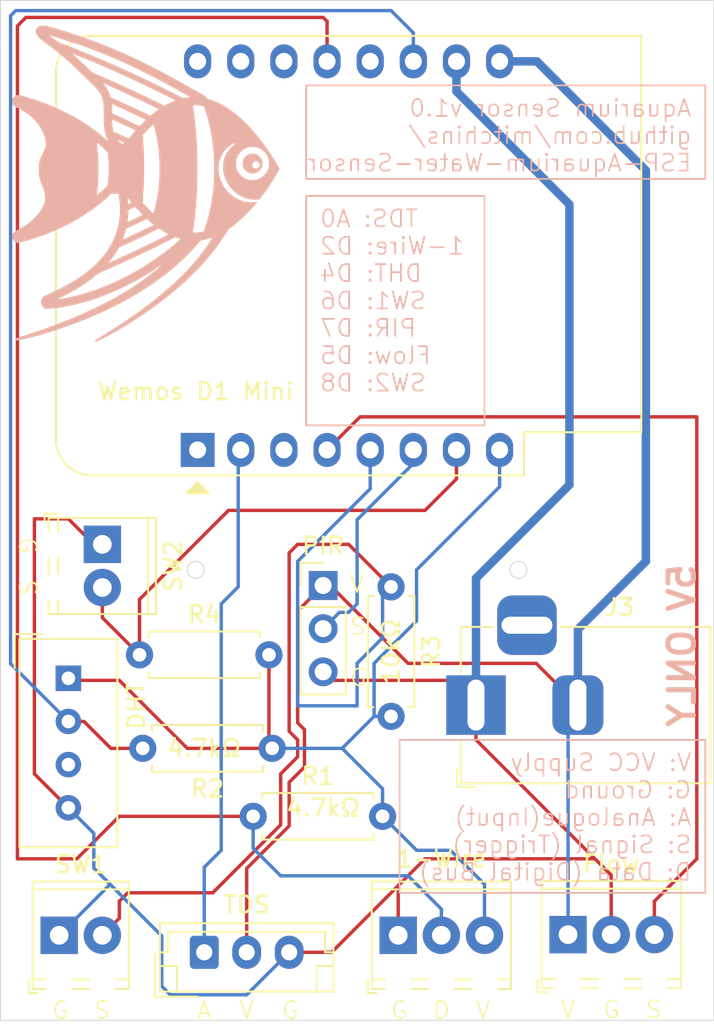
<source format=kicad_pcb>
(kicad_pcb (version 20240108) (generator "pcbnew") (generator_version "8.0")
  (layers (0 "F.Cu" signal) (31 "B.Cu" signal) (34 "B.Paste" user) (35 "F.Paste" user) (36 "B.SilkS" user "B.Silkscreen") (37 "F.SilkS" user "F.Silkscreen") (38 "B.Mask" user) (39 "F.Mask" user) (44 "Edge.Cuts" user))
  (net 0 "")
  (net 1 "Net-(U1-MOSI{slash}D7)")
  (net 8 "Net-(U1-SDA{slash}D2)")
  (net 9 "Net-(U1-3V3)")
  (net 10 "Net-(J1-VCC)")
  (net 11 "Net-(J1-Signal)")
  (net 12 "Net-(J1-GND)")
  (net 13 "Net-(J2-VCC)")
  (net 14 "Net-(U1-D4)")
  (net 16 "Net-(U1-MISO{slash}D6)")
  (net 17 "Net-(U1-CS{slash}D8)")
  (footprint "Resistor_THT:R_Axial_DIN0207_L6.3mm_D2.5mm_P7.62mm_Horizontal" (layer "F.Cu") (at 53.19 100.5)
    (property "Reference" "R4")
    (property "Value" "10kΩ")
  )
  (footprint "TerminalBlock_Phoenix:TerminalBlock_Phoenix_MPT-0,5-3-2.54_1x03_P2.54mm_Horizontal" (layer "F.Cu") (at 78.42 116.96)
    (property "Reference" "Flow")
    (property "Value" "Conn_YF_S201")
  )
  (footprint "Connector_BarrelJack:BarrelJack_Horizontal" (layer "F.Cu") (at 73 103.4575 180)
    (property "Reference" "J3")
    (property "Value" "Barrel_Jack")
  )
  (footprint "TerminalBlock_Phoenix:TerminalBlock_Phoenix_MPT-0,5-2-2.54_1x02_P2.54mm_Horizontal" (layer "F.Cu") (at 48.46 117)
    (property "Reference" "SW1")
    (property "Value" "SW_Reed")
  )
  (footprint "Connector_JST:JST_EH_B3B-EH-A_1x03_P2.50mm_Vertical" (layer "F.Cu") (at 57 118)
    (property "Reference" "TDS")
    (property "Value" "Conn_KS0429")
  )
  (footprint "Resistor_THT:R_Axial_DIN0207_L6.3mm_D2.5mm_P7.62mm_Horizontal" (layer "F.Cu") (at 61 106 180)
    (property "Reference" "R2")
    (property "Value" "4.7kΩ")
  )
  (footprint "Connector_PinHeader_2.54mm:PinHeader_1x03_P2.54mm_Vertical" (layer "F.Cu") (at 64 96.42)
    (property "Reference" "PIR")
    (property "Value" "AM312_breakout")
  )
  (footprint "TerminalBlock_Phoenix:TerminalBlock_Phoenix_MPT-0,5-3-2.54_1x03_P2.54mm_Horizontal" (layer "F.Cu") (at 68.42 117)
    (property "Reference" "1-Wire")
    (property "Value" "DS18B20")
  )
  (footprint "Resistor_THT:R_Axial_DIN0207_L6.3mm_D2.5mm_P7.62mm_Horizontal" (layer "F.Cu") (at 68 96.5 -90)
    (property "Reference" "R3")
    (property "Value" "10kΩ")
  )
  (footprint "Module:WEMOS_D1_mini_light" (layer "F.Cu") (at 56.61 88.445 90)
    (property "Reference" "Wemos D1 Mini")
    (property "Value" "WeMos_D1_mini")
  )
  (footprint "TerminalBlock_Phoenix:TerminalBlock_Phoenix_MPT-0,5-2-2.54_1x02_P2.54mm_Horizontal" (layer "F.Cu") (at 51 94 -90)
    (property "Reference" "SW2")
    (property "Value" "SW_Reed")
  )
  (footprint "Sensor:Aosong_DHT11_5.5x12.0_P2.54mm" (layer "F.Cu") (at 49 101.88)
    (property "Reference" "DHT")
    (property "Value" "DHT11")
  )
  (footprint "Resistor_THT:R_Axial_DIN0207_L6.3mm_D2.5mm_P7.62mm_Horizontal" (layer "F.Cu") (at 59.88 110)
    (property "Reference" "R1")
    (property "Value" "4.7kΩ")
  )
  (gr_poly (pts (xy 47.526526 63.484182) (xy 47.579301 63.486199) (xy 47.631425 63.489677) (xy 47.680312 63.494549) (xy 47.723376 63.500752) (xy 47.768074 63.50937) (xy 47.818577 63.520584) (xy 47.876297 63.534755) (xy 47.94265 63.552247) (xy 48.106906 63.598644) (xy 48.322657 63.662676) (xy 48.737513 63.789898) (xy 49.128537 63.913687) (xy 49.5004 64.035672) (xy 49.85777 64.15748) (xy 50.205318 64.280739) (xy 50.547712 64.407078) (xy 50.889623 64.538123) (xy 51.23572 64.675502) (xy 51.781212 64.900928) (xy 52.325886 65.138121) (xy 52.875992 65.390141) (xy 53.437781 65.660049) (xy 54.017504 65.950904) (xy 54.621411 66.265767) (xy 55.255754 66.607699) (xy 55.926782 66.979759) (xy 56.294251 67.187039) (xy 56.65733 67.393798) (xy 56.939297 67.556058) (xy 57.063432 67.629839) (xy 57.06877 67.6342) (xy 57.074061 67.638938) (xy 57.079297 67.644041) (xy 57.084467 67.649497) (xy 57.089563 67.655292) (xy 57.094575 67.661414) (xy 57.099494 67.66785) (xy 57.10431 67.674587) (xy 57.109015 67.681613) (xy 57.1136 67.688913) (xy 57.118054 67.696477) (xy 57.122368 67.704291) (xy 57.126533 67.712342) (xy 57.130541 67.720617) (xy 57.134381 67.729104) (xy 57.138044 67.737789) (xy 57.14995 67.768745) (xy 57.271394 67.80367) (xy 57.489955 67.875167) (xy 57.70971 67.963313) (xy 57.930421 68.067906) (xy 58.15185 68.188739) (xy 58.373757 68.325608) (xy 58.595905 68.478308) (xy 58.818055 68.646636) (xy 59.039969 68.830386) (xy 59.261409 69.029354) (xy 59.482136 69.243335) (xy 59.701912 69.472124) (xy 59.920499 69.715517) (xy 60.137657 69.973309) (xy 60.353149 70.245295) (xy 60.566737 70.531271) (xy 60.778182 70.831033) (xy 60.857695 70.948325) (xy 60.938185 71.070175) (xy 61.018321 71.194443) (xy 61.096774 71.31899) (xy 61.172213 71.441678) (xy 61.243308 71.560365) (xy 61.308729 71.672913) (xy 61.367146 71.777183) (xy 61.44017 71.910533) (xy 61.41477 71.959745) (xy 61.368771 72.0472) (xy 61.311694 72.149352) (xy 61.245259 72.26341) (xy 61.171188 72.386584) (xy 61.091201 72.516083) (xy 61.007019 72.649117) (xy 60.920362 72.782895) (xy 60.832952 72.914627) (xy 60.744056 73.044231) (xy 60.649682 73.178598) (xy 60.554694 73.311105) (xy 60.463957 73.435128) (xy 60.382335 73.544045) (xy 60.314694 73.631234) (xy 60.287637 73.66461) (xy 60.265899 73.69007) (xy 60.250088 73.706787) (xy 60.244595 73.711608) (xy 60.240813 73.713932) (xy 60.232356 73.716264) (xy 60.220072 73.718486) (xy 60.185759 73.722527) (xy 60.141345 73.725918) (xy 60.090298 73.728518) (xy 60.036089 73.730188) (xy 59.982187 73.730788) (xy 59.932061 73.730178) (xy 59.889181 73.72822) (xy 59.818075 73.721782) (xy 59.747913 73.712878) (xy 59.678671 73.701501) (xy 59.610328 73.68764) (xy 59.542858 73.671286) (xy 59.47624 73.652429) (xy 59.410449 73.631062) (xy 59.345463 73.607173) (xy 59.281258 73.580755) (xy 59.217812 73.551797) (xy 59.1551 73.52029) (xy 59.0931 73.486225) (xy 59.031788 73.449594) (xy 58.971142 73.410385) (xy 58.911137 73.368591) (xy 58.851751 73.324201) (xy 58.822164 73.300627) (xy 58.791865 73.274984) (xy 58.761033 73.247474) (xy 58.729848 73.218298) (xy 58.698492 73.187656) (xy 58.667143 73.155751) (xy 58.635984 73.122783) (xy 58.605192 73.088954) (xy 58.57495 73.054464) (xy 58.545436 73.019514) (xy 58.516832 72.984307) (xy 58.489317 72.949043) (xy 58.463072 72.913923) (xy 58.438277 72.879148) (xy 58.415111 72.84492) (xy 58.393757 72.811439) (xy 58.358185 72.751791) (xy 58.324984 72.691885) (xy 58.294144 72.631689) (xy 58.265653 72.571168) (xy 58.239502 72.51029) (xy 58.215679 72.449019) (xy 58.194176 72.387323) (xy 58.17498 72.325168) (xy 58.158081 72.26252) (xy 58.14347 72.199345) (xy 58.131136 72.135609) (xy 58.121067 72.07128) (xy 58.113254 72.006322) (xy 58.107687 71.940703) (xy 58.104354 71.874389) (xy 58.103245 71.807346) (xy 58.104705 71.736115) (xy 58.108783 71.665898) (xy 58.114651 71.605225) (xy 58.867227 71.605225) (xy 58.871212 71.679598) (xy 58.880983 71.753916) (xy 58.896582 71.827881) (xy 58.918049 71.901194) (xy 58.945425 71.973559) (xy 58.978751 72.044677) (xy 59.005182 72.092431) (xy 59.034112 72.138319) (xy 59.065457 72.182279) (xy 59.099129 72.22425) (xy 59.135042 72.26417) (xy 59.173112 72.301977) (xy 59.213251 72.33761) (xy 59.255373 72.371007) (xy 59.299393 72.402106) (xy 59.345225 72.430847) (xy 59.392782 72.457166) (xy 59.441978 72.481003) (xy 59.492728 72.502296) (xy 59.544945 72.520984) (xy 59.598544 72.537004) (xy 59.653438 72.550295) (xy 59.672051 72.553783) (xy 59.692583 72.556807) (xy 59.714756 72.559365) (xy 59.738295 72.561457) (xy 59.78836 72.564248) (xy 59.840565 72.565178) (xy 59.892695 72.564248) (xy 59.942537 72.561457) (xy 59.965908 72.559365) (xy 59.987877 72.556807) (xy 60.008167 72.553783) (xy 60.026501 72.550295) (xy 60.083054 72.536537) (xy 60.138074 72.520002) (xy 60.191496 72.500742) (xy 60.243257 72.478808) (xy 60.293292 72.454251) (xy 60.341537 72.427121) (xy 60.38793 72.397471) (xy 60.432405 72.365351) (xy 60.474899 72.330813) (xy 60.515347 72.293908) (xy 60.553686 72.254686) (xy 60.589853 72.213199) (xy 60.623782 72.169499) (xy 60.65541 72.123636) (xy 60.684673 72.075662) (xy 60.711507 72.025627) (xy 60.732567 71.980604) (xy 60.751114 71.935036) (xy 60.767177 71.889005) (xy 60.780784 71.842596) (xy 60.791962 71.79589) (xy 60.800738 71.74897) (xy 60.807141 71.70192) (xy 60.811197 71.654821) (xy 60.812936 71.607758) (xy 60.812383 71.560812) (xy 60.809567 71.514067) (xy 60.804515 71.467605) (xy 60.797256 71.421509) (xy 60.787816 71.375863) (xy 60.776223 71.330748) (xy 60.762505 71.286248) (xy 60.74669 71.242446) (xy 60.728805 71.199424) (xy 60.708877 71.157266) (xy 60.686935 71.116054) (xy 60.663005 71.075871) (xy 60.637116 71.036799) (xy 60.609295 70.998923) (xy 60.57957 70.962324) (xy 60.547969 70.927085) (xy 60.514518 70.89329) (xy 60.479246 70.86102) (xy 60.44218 70.83036) (xy 60.403348 70.801391) (xy 60.362778 70.774197) (xy 60.320496 70.748861) (xy 60.276531 70.725464) (xy 60.242904 70.709691) (xy 60.207389 70.694681) (xy 60.170701 70.680676) (xy 60.133558 70.667917) (xy 60.096674 70.656646) (xy 60.060768 70.647106) (xy 60.043405 70.64306) (xy 60.026554 70.639537) (xy 60.010306 70.636568) (xy 59.99475 70.634183) (xy 59.965983 70.630316) (xy 59.936212 70.627064) (xy 59.906291 70.624443) (xy 59.877077 70.622475) (xy 59.849426 70.621176) (xy 59.824193 70.620565) (xy 59.802235 70.620661) (xy 59.784406 70.621483) (xy 59.735562 70.626842) (xy 59.68785 70.633989) (xy 59.641265 70.64293) (xy 59.595804 70.653667) (xy 59.551465 70.666204) (xy 59.508243 70.680544) (xy 59.466134 70.696691) (xy 59.425136 70.714649) (xy 59.385245 70.73442) (xy 59.346457 70.756009) (xy 59.30877 70.779419) (xy 59.272179 70.804653) (xy 59.23668 70.831714) (xy 59.202272 70.860607) (xy 59.168949 70.891335) (xy 59.136709 70.923901) (xy 59.085063 70.982462) (xy 59.038796 71.043944) (xy 58.997951 71.108049) (xy 58.962566 71.174479) (xy 58.932684 71.242937) (xy 58.908345 71.313125) (xy 58.889588 71.384745) (xy 58.876456 71.4575) (xy 58.868989 71.531093) (xy 58.867227 71.605225) (xy 58.114651 71.605225) (xy 58.115474 71.596708) (xy 58.124775 71.528553) (xy 58.13668 71.461445) (xy 58.151186 71.395394) (xy 58.168286 71.33041) (xy 58.187977 71.266504) (xy 58.210254 71.203686) (xy 58.235112 71.141968) (xy 58.262547 71.081358) (xy 58.292554 71.021868) (xy 58.325128 70.963508) (xy 58.360265 70.906289) (xy 58.397959 70.850221) (xy 58.438207 70.795314) (xy 58.449766 70.780538) (xy 58.462885 70.764612) (xy 58.49305 70.730078) (xy 58.527197 70.693237) (xy 58.563818 70.655614) (xy 58.601407 70.618736) (xy 58.638456 70.584127) (xy 58.673459 70.553313) (xy 58.689722 70.539806) (xy 58.704908 70.52782) (xy 58.719514 70.516294) (xy 58.733358 70.505112) (xy 58.746123 70.494543) (xy 58.757493 70.484859) (xy 58.767151 70.476327) (xy 58.77124 70.472579) (xy 58.774782 70.469219) (xy 58.777738 70.466283) (xy 58.780068 70.463804) (xy 58.781734 70.461815) (xy 58.782305 70.461016) (xy 58.782695 70.460351) (xy 58.783491 70.458811) (xy 58.784099 70.457174) (xy 58.784525 70.455448) (xy 58.784777 70.453645) (xy 58.78486 70.451773) (xy 58.784782 70.449841) (xy 58.78455 70.447861) (xy 58.784171 70.445841) (xy 58.78365 70.44379) (xy 58.782996 70.441719) (xy 58.782215 70.439636) (xy 58.781313 70.437553) (xy 58.780299 70.435477) (xy 58.779177 70.433419) (xy 58.777956 70.431389) (xy 58.776642 70.429395) (xy 58.775242 70.427448) (xy 58.773763 70.425557) (xy 58.772212 70.423732) (xy 58.770595 70.421982) (xy 58.768919 70.420317) (xy 58.767191 70.418746) (xy 58.765418 70.417279) (xy 58.763607 70.415926) (xy 58.761765 70.414697) (xy 58.759898 70.4136) (xy 58.758014 70.412645) (xy 58.756118 70.411843) (xy 58.754219 70.411202) (xy 58.752322 70.410732) (xy 58.750435 70.410444) (xy 58.748564 70.410345) (xy 58.740473 70.411598) (xy 58.729489 70.415232) (xy 58.7159 70.421061) (xy 58.699996 70.428899) (xy 58.682064 70.438561) (xy 58.662392 70.449859) (xy 58.618984 70.476623) (xy 58.572078 70.507704) (xy 58.523982 70.541612) (xy 58.477002 70.576859) (xy 58.433445 70.611958) (xy 58.374049 70.664409) (xy 58.317627 70.719327) (xy 58.264211 70.776646) (xy 58.213836 70.836304) (xy 58.166535 70.898236) (xy 58.122343 70.962378) (xy 58.081292 71.028667) (xy 58.043416 71.097038) (xy 58.008749 71.167428) (xy 57.977325 71.239772) (xy 57.949178 71.314007) (xy 57.924341 71.390069) (xy 57.902848 71.467893) (xy 57.884733 71.547416) (xy 57.870029 71.628574) (xy 57.85877 71.711302) (xy 57.8547 71.762838) (xy 57.852556 71.823704) (xy 57.852254 71.890802) (xy 57.85371 71.961035) (xy 57.85684 72.031305) (xy 57.86156 72.098515) (xy 57.867788 72.159567) (xy 57.875438 72.211364) (xy 57.885289 72.263736) (xy 57.896391 72.31549) (xy 57.908745 72.366641) (xy 57.922356 72.417206) (xy 57.937228 72.467198) (xy 57.953364 72.516634) (xy 57.970767 72.565527) (xy 57.989441 72.613894) (xy 58.009389 72.66175) (xy 58.030615 72.709109) (xy 58.053122 72.755986) (xy 58.076914 72.802397) (xy 58.101994 72.848358) (xy 58.128366 72.893882) (xy 58.156034 72.938985) (xy 58.185 72.983683) (xy 58.245729 73.070412) (xy 58.310518 73.153418) (xy 58.379186 73.232587) (xy 58.451552 73.307806) (xy 58.527433 73.378959) (xy 58.60665 73.445934) (xy 58.689019 73.508615) (xy 58.77436 73.56689) (xy 58.862492 73.620645) (xy 58.953233 73.669765) (xy 59.046402 73.714136) (xy 59.141817 73.753645) (xy 59.239297 73.788177) (xy 59.338661 73.817619) (xy 59.439727 73.841857) (xy 59.542313 73.860776) (xy 59.594492 73.866801) (xy 59.65747 73.87117) (xy 59.727535 73.873864) (xy 59.800977 73.874866) (xy 59.874084 73.874156) (xy 59.943145 73.871716) (xy 60.004448 73.867527) (xy 60.03103 73.86477) (xy 60.054282 73.86157) (xy 60.070263 73.859011) (xy 60.08525 73.856721) (xy 60.098916 73.854748) (xy 60.110936 73.853137) (xy 60.120983 73.851935) (xy 60.128733 73.851189) (xy 60.131645 73.851002) (xy 60.13386 73.850946) (xy 60.135338 73.851027) (xy 60.135788 73.851121) (xy 60.136038 73.851251) (xy 60.135823 73.852153) (xy 60.134613 73.854222) (xy 60.129403 73.86162) (xy 60.120788 73.872962) (xy 60.10915 73.887764) (xy 60.07833 73.925814) (xy 60.039994 73.971901) (xy 59.897609 74.138136) (xy 59.751912 74.300613) (xy 59.603612 74.458625) (xy 59.453413 74.611466) (xy 59.302024 74.758427) (xy 59.150151 74.898803) (xy 58.998501 75.031886) (xy 58.847781 75.15697) (xy 58.802211 75.193104) (xy 58.750213 75.233368) (xy 58.638728 75.317506) (xy 58.585139 75.356989) (xy 58.536918 75.391821) (xy 58.497012 75.419807) (xy 58.46837 75.438752) (xy 58.462459 75.442621) (xy 58.456871 75.446561) (xy 58.451524 75.450679) (xy 58.446331 75.455086) (xy 58.441207 75.459887) (xy 58.436069 75.465192) (xy 58.430831 75.471108) (xy 58.425408 75.477744) (xy 58.419715 75.485209) (xy 58.413668 75.493609) (xy 58.400169 75.513649) (xy 58.384234 75.538731) (xy 58.365183 75.56972) (xy 58.222675 75.800019) (xy 58.07314 76.028979) (xy 57.916548 76.256636) (xy 57.752867 76.483028) (xy 57.582065 76.708193) (xy 57.404111 76.932167) (xy 57.218974 77.154987) (xy 57.026622 77.376692) (xy 56.827025 77.597317) (xy 56.620149 77.8169) (xy 56.405965 78.035479) (xy 56.184441 78.253091) (xy 55.955545 78.469772) (xy 55.719246 78.685561) (xy 55.475513 78.900494) (xy 55.224314 79.114608) (xy 54.787856 79.469984) (xy 54.331494 79.821194) (xy 53.857792 80.166525) (xy 53.36932 80.504266) (xy 52.868643 80.832705) (xy 52.35833 81.15013) (xy 51.840948 81.454831) (xy 51.319064 81.745096) (xy 51.218304 81.798731) (xy 51.109043 81.855687) (xy 50.890836 81.966651) (xy 50.794801 82.014203) (xy 50.716087 82.052165) (xy 50.661147 82.077309) (xy 50.644611 82.084066) (xy 50.636439 82.086408) (xy 50.634581 82.086307) (xy 50.632591 82.086011) (xy 50.630484 82.085529) (xy 50.628278 82.08487) (xy 50.625987 82.084043) (xy 50.62363 82.083059) (xy 50.621221 82.081926) (xy 50.618777 82.080653) (xy 50.616315 82.07925) (xy 50.613851 82.077725) (xy 50.6114 82.07609) (xy 50.60898 82.074352) (xy 50.606606 82.072521) (xy 50.604295 82.070606) (xy 50.602063 82.068617) (xy 50.599926 82.066563) (xy 50.597088 82.063646) (xy 50.59452 82.060826) (xy 50.592216 82.058068) (xy 50.590166 82.05534) (xy 50.588362 82.052606) (xy 50.586797 82.049835) (xy 50.585462 82.046991) (xy 50.584349 82.044041) (xy 50.58345 82.040952) (xy 50.582757 82.03769) (xy 50.582261 82.03422) (xy 50.581955 82.03051) (xy 50.58183 82.026526) (xy 50.581879 82.022233) (xy 50.582093 82.017599) (xy 50.582464 82.012589) (xy 50.584845 81.979251) (xy 50.799157 81.84987) (xy 51.398006 81.480641) (xy 51.970486 81.113951) (xy 52.516886 80.749546) (xy 53.037495 80.387175) (xy 53.532604 80.026585) (xy 54.002502 79.667524) (xy 54.447477 79.30974) (xy 54.867821 78.95298) (xy 55.263822 78.596992) (xy 55.635769 78.241524) (xy 55.983953 77.886324) (xy 56.308663 77.531138) (xy 56.610188 77.175716) (xy 56.888818 76.819803) (xy 57.144843 76.463149) (xy 57.378551 76.105501) (xy 57.395279 76.078472) (xy 57.410723 76.053126) (xy 57.424567 76.030031) (xy 57.436495 76.009755) (xy 57.44619 75.992864) (xy 57.453337 75.979927) (xy 57.455856 75.975118) (xy 57.457619 75.971511) (xy 57.458587 75.969175) (xy 57.45876 75.968506) (xy 57.458719 75.968182) (xy 57.458038 75.968013) (xy 57.456616 75.968094) (xy 57.451713 75.968964) (xy 57.444335 75.970708) (xy 57.434808 75.973243) (xy 57.423459 75.976484) (xy 57.410611 75.980349) (xy 57.396592 75.984753) (xy 57.381726 75.989613) (xy 57.323306 76.007979) (xy 57.261436 76.025965) (xy 57.197425 76.043261) (xy 57.132587 76.059563) (xy 57.068233 76.074562) (xy 57.005674 76.087951) (xy 56.946222 76.099425) (xy 56.891189 76.108675) (xy 56.844059 76.116614) (xy 56.825667 76.119839) (xy 56.818903 76.121135) (xy 56.814195 76.12217) (xy 56.811894 76.122945) (xy 56.808889 76.124646) (xy 56.805219 76.127233) (xy 56.800924 76.130666) (xy 56.796043 76.134903) (xy 56.790615 76.139904) (xy 56.778277 76.152035) (xy 56.764229 76.166733) (xy 56.748785 76.183674) (xy 56.732262 76.20253) (xy 56.714976 76.222977) (xy 56.513387 76.45598) (xy 56.300924 76.688313) (xy 56.078471 76.919157) (xy 55.846911 77.147695) (xy 55.607129 77.373108) (xy 55.360008 77.594576) (xy 55.106431 77.811282) (xy 54.847282 78.022408) (xy 54.525826 78.270715) (xy 54.193246 78.514002) (xy 53.849786 78.752141) (xy 53.495687 78.985003) (xy 53.131194 79.212461) (xy 52.75655 79.434387) (xy 52.371996 79.650652) (xy 51.977777 79.86113) (xy 51.574135 80.065691) (xy 51.161314 80.264209) (xy 50.309104 80.642602) (xy 49.423091 80.995285) (xy 48.50522 81.321234) (xy 48.200387 81.420847) (xy 47.892085 81.517326) (xy 47.583244 81.609843) (xy 47.276793 81.69757) (xy 46.975662 81.779678) (xy 46.682783 81.85534) (xy 46.401083 81.923729) (xy 46.133495 81.984015) (xy 46.102049 81.99084) (xy 46.074213 81.996722) (xy 46.049729 82.001649) (xy 46.038662 82.003749) (xy 46.028336 82.005606) (xy 46.018717 82.007218) (xy 46.009775 82.008583) (xy 46.001476 82.009699) (xy 45.993787 82.010565) (xy 45.986677 82.01118) (xy 45.980114 82.011541) (xy 45.974063 82.011647) (xy 45.968494 82.011497) (xy 45.963374 82.011088) (xy 45.95867 82.01042) (xy 45.954351 82.009491) (xy 45.950382 82.008298) (xy 45.946733 82.006841) (xy 45.943371 82.005118) (xy 45.940263 82.003128) (xy 45.937377 82.000868) (xy 45.93468 81.998337) (xy 45.932141 81.995533) (xy 45.929726 81.992456) (xy 45.927404 81.989103) (xy 45.925141 81.985472) (xy 45.922906 81.981563) (xy 45.918389 81.972901) (xy 45.915505 81.966294) (xy 45.913102 81.959593) (xy 45.911179 81.952837) (xy 45.909732 81.946063) (xy 45.90876 81.939307) (xy 45.908259 81.932606) (xy 45.908229 81.925999) (xy 45.908665 81.919522) (xy 45.909567 81.913212) (xy 45.910192 81.910132) (xy 45.910932 81.907107) (xy 45.911787 81.904143) (xy 45.912757 81.901244) (xy 45.913841 81.898414) (xy 45.91504 81.89566) (xy 45.916353 81.892984) (xy 45.917779 81.890392) (xy 45.919319 81.887888) (xy 45.920971 81.885478) (xy 45.922737 81.883165) (xy 45.924615 81.880954) (xy 45.926605 81.87885) (xy 45.928707 81.876858) (xy 45.931423 81.875042) (xy 45.936219 81.872598) (xy 45.95159 81.865994) (xy 45.9739 81.85738) (xy 46.002229 81.847092) (xy 46.073257 81.822833) (xy 46.157308 81.795895) (xy 46.831691 81.577505) (xy 47.480886 81.355488) (xy 48.105821 81.12949) (xy 48.707428 80.899156) (xy 49.286636 80.664135) (xy 49.844375 80.424072) (xy 50.381576 80.178614) (xy 50.899169 79.927408) (xy 51.135075 79.808581) (xy 51.326704 79.709622) (xy 51.510742 79.611408) (xy 51.723876 79.494814) (xy 52.100146 79.280819) (xy 52.466789 79.060249) (xy 52.82266 78.833892) (xy 53.166616 78.60254) (xy 53.497512 78.366984) (xy 53.814204 78.128014) (xy 54.115549 77.886421) (xy 54.400401 77.642995) (xy 54.419239 77.626419) (xy 54.436802 77.610848) (xy 54.452709 77.596616) (xy 54.46658 77.584059) (xy 54.478032 77.57351) (xy 54.486684 77.565306) (xy 54.489841 77.562188) (xy 54.492155 77.559781) (xy 54.493578 77.558128) (xy 54.493941 77.557596) (xy 54.494063 77.557269) (xy 54.493578 77.557302) (xy 54.492156 77.557975) (xy 54.486696 77.561127) (xy 54.478074 77.566492) (xy 54.466679 77.573839) (xy 54.437137 77.593547) (xy 54.401195 77.618389) (xy 54.116091 77.811638) (xy 53.827419 77.998384) (xy 53.535483 78.17849) (xy 53.240584 78.351814) (xy 52.943024 78.518217) (xy 52.643107 78.677561) (xy 52.341134 78.829705) (xy 52.037408 78.97451) (xy 51.73223 79.111837) (xy 51.425904 79.241545) (xy 51.118731 79.363496) (xy 50.811014 79.477549) (xy 50.503056 79.583566) (xy 50.195157 79.681407) (xy 49.887622 79.770932) (xy 49.580751 79.852001) (xy 49.327269 79.912903) (xy 49.077489 79.967442) (xy 48.83303 80.015359) (xy 48.595509 80.056392) (xy 48.366546 80.090282) (xy 48.14776 80.116767) (xy 47.940768 80.135588) (xy 47.747189 80.146484) (xy 47.60352 80.15204) (xy 47.575739 80.12505) (xy 47.569122 80.118516) (xy 47.561352 80.110428) (xy 47.552689 80.101094) (xy 47.543394 80.090821) (xy 47.533726 80.079915) (xy 47.523947 80.068683) (xy 47.505095 80.04647) (xy 47.4845 80.02002) (xy 47.465867 79.993634) (xy 47.449187 79.967283) (xy 47.434451 79.940938) (xy 47.421651 79.91457) (xy 47.410775 79.888149) (xy 47.401816 79.861647) (xy 47.394764 79.835034) (xy 47.389609 79.808282) (xy 47.386343 79.781362) (xy 47.384955 79.754243) (xy 47.385437 79.726899) (xy 47.38778 79.699298) (xy 47.391973 79.671412) (xy 47.398009 79.643213) (xy 47.405876 79.614671) (xy 47.411756 79.59768) (xy 47.418241 79.58203) (xy 48.380438 79.58203) (xy 48.380971 79.58225) (xy 48.382189 79.582126) (xy 48.654543 79.538802) (xy 48.934329 79.485859) (xy 49.220198 79.423652) (xy 49.510802 79.352534) (xy 49.804792 79.272858) (xy 50.100819 79.184978) (xy 50.397534 79.089247) (xy 50.693588 78.986018) (xy 51.008171 78.867824) (xy 51.321101 78.741592) (xy 51.632249 78.607395) (xy 51.941488 78.465307) (xy 52.248689 78.3154) (xy 52.553726 78.157749) (xy 52.85647 77.992426) (xy 53.156793 77.819504) (xy 53.454568 77.639058) (xy 53.749666 77.45116) (xy 54.041959 77.255883) (xy 54.33132 77.053301) (xy 54.617621 76.843486) (xy 54.900733 76.626513) (xy 55.18053 76.402455) (xy 55.456882 76.171383) (xy 55.478681 76.152663) (xy 55.498298 76.135733) (xy 55.51582 76.120505) (xy 55.531334 76.106891) (xy 55.544926 76.094802) (xy 55.556686 76.084151) (xy 55.566698 76.074848) (xy 55.571077 76.070675) (xy 55.575052 76.066806) (xy 55.578634 76.06323) (xy 55.581834 76.059936) (xy 55.584662 76.056913) (xy 55.58713 76.054149) (xy 55.589249 76.051635) (xy 55.59103 76.049358) (xy 55.592482 76.047308) (xy 55.593618 76.045474) (xy 55.594449 76.043844) (xy 55.594984 76.042408) (xy 55.595144 76.041759) (xy 55.595235 76.041155) (xy 55.595258 76.040593) (xy 55.595214 76.040073) (xy 55.595104 76.039592) (xy 55.59493 76.039151) (xy 55.594693 76.038747) (xy 55.594394 76.038379) (xy 55.594036 76.038045) (xy 55.593619 76.037745) (xy 55.592614 76.037239) (xy 55.534074 76.017792) (xy 55.414814 75.979295) (xy 55.351264 75.958719) (xy 55.298728 75.942088) (xy 55.262562 75.930963) (xy 55.252293 75.927954) (xy 55.248126 75.926907) (xy 55.247579 75.927203) (xy 55.246839 75.927783) (xy 55.245918 75.928636) (xy 55.244827 75.929748) (xy 55.242182 75.932698) (xy 55.238998 75.936532) (xy 55.235367 75.941148) (xy 55.231383 75.946442) (xy 55.227138 75.952313) (xy 55.222726 75.958658) (xy 55.213846 75.969324) (xy 55.199757 75.98118) (xy 55.176962 75.996162) (xy 55.141962 76.016205) (xy 55.091261 76.043242) (xy 55.021362 76.079209) (xy 54.809976 76.18567) (xy 53.94268 76.6121) (xy 53.016895 77.052743) (xy 52.057177 77.496214) (xy 51.088083 77.931127) (xy 50.742008 78.084321) (xy 50.595958 78.206557) (xy 50.39628 78.3682) (xy 50.192584 78.522197) (xy 49.980479 78.67132) (xy 49.755575 78.81834) (xy 49.513481 78.96603) (xy 49.249807 79.117162) (xy 48.960163 79.274507) (xy 48.640157 79.440838) (xy 48.578708 79.472336) (xy 48.524505 79.500531) (xy 48.478098 79.525099) (xy 48.440033 79.545713) (xy 48.410861 79.562048) (xy 48.399782 79.56851) (xy 48.391131 79.573779) (xy 48.384977 79.577816) (xy 48.38139 79.58058) (xy 48.38058 79.581472) (xy 48.380438 79.58203) (xy 47.418241 79.58203) (xy 47.418905 79.580428) (xy 47.427217 79.563046) (xy 47.436584 79.545664) (xy 47.446901 79.528412) (xy 47.458059 79.511421) (xy 47.469952 79.49482) (xy 47.482473 79.47874) (xy 47.495515 79.463312) (xy 47.508971 79.448664) (xy 47.522734 79.434929) (xy 47.536696 79.422235) (xy 47.550752 79.410714) (xy 47.564794 79.400494) (xy 47.578715 79.391707) (xy 47.585596 79.387892) (xy 47.592408 79.384483) (xy 47.666127 79.350253) (xy 47.810689 79.284469) (xy 48.069755 79.163322) (xy 48.324989 79.038891) (xy 48.573898 78.912506) (xy 48.813989 78.785499) (xy 49.042768 78.659198) (xy 49.257745 78.534934) (xy 49.456424 78.414038) (xy 49.636314 78.297839) (xy 49.901882 78.11251) (xy 50.15207 77.921487) (xy 50.386842 77.724821) (xy 50.606164 77.522568) (xy 50.691258 77.435827) (xy 51.373039 77.435827) (xy 51.399232 77.424714) (xy 51.729036 77.276183) (xy 52.227907 77.048477) (xy 53.138909 76.623151) (xy 54.002732 76.209284) (xy 54.361746 76.033484) (xy 54.642718 75.892751) (xy 54.823566 75.79782) (xy 54.869543 75.770885) (xy 54.882208 75.759425) (xy 54.878646 75.75707) (xy 54.872918 75.753672) (xy 54.856112 75.744345) (xy 54.834098 75.732637) (xy 54.809182 75.719738) (xy 54.774109 75.700862) (xy 54.72445 75.672908) (xy 54.666754 75.639595) (xy 54.60757 75.604645) (xy 54.548287 75.568579) (xy 54.489301 75.532216) (xy 54.437459 75.499722) (xy 54.399607 75.475264) (xy 54.331345 75.429227) (xy 54.124969 75.530827) (xy 53.621794 75.775215) (xy 53.053507 76.045871) (xy 52.508585 76.3009) (xy 52.075507 76.498408) (xy 51.978669 76.542064) (xy 51.95327 76.589689) (xy 51.900791 76.684091) (xy 51.842852 76.781442) (xy 51.779574 76.881564) (xy 51.711077 76.984282) (xy 51.637483 77.089418) (xy 51.558912 77.196796) (xy 51.475486 77.306239) (xy 51.387326 77.417571) (xy 51.373039 77.435827) (xy 50.691258 77.435827) (xy 50.810004 77.314781) (xy 50.998328 77.101512) (xy 51.171101 76.882816) (xy 51.328291 76.658745) (xy 51.469863 76.429354) (xy 51.595783 76.194696) (xy 51.654647 76.066608) (xy 52.201714 76.066608) (xy 52.3781 75.988374) (xy 52.804964 75.788994) (xy 53.853507 75.288733) (xy 54.026545 75.204596) (xy 53.90907 75.107758) (xy 53.858295 75.065577) (xy 53.806478 75.022132) (xy 53.759721 74.982407) (xy 53.724126 74.951389) (xy 53.671738 74.905351) (xy 53.652242 74.888211) (xy 53.64534 74.882218) (xy 53.640782 74.878364) (xy 53.637965 74.87606) (xy 53.634954 74.87429) (xy 53.631425 74.873181) (xy 53.627052 74.872857) (xy 53.621513 74.873446) (xy 53.614481 74.875071) (xy 53.605633 74.877859) (xy 53.594645 74.881936) (xy 53.56495 74.894456) (xy 53.522799 74.913636) (xy 53.390751 74.975995) (xy 53.114625 75.106964) (xy 52.779564 75.264127) (xy 52.403326 75.440339) (xy 52.384276 75.510982) (xy 52.371288 75.557659) (xy 52.354486 75.614418) (xy 52.313831 75.744345) (xy 52.271092 75.873082) (xy 52.251686 75.928353) (xy 52.235051 75.972946) (xy 52.221693 76.008453) (xy 52.215922 76.024137) (xy 52.21094 76.037933) (xy 52.20689 76.04946) (xy 52.203909 76.058335) (xy 52.202137 76.064178) (xy 52.201748 76.065844) (xy 52.201714 76.066608) (xy 51.654647 76.066608) (xy 51.706018 75.954824) (xy 51.800535 75.709792) (xy 51.879299 75.459653) (xy 51.942277 75.204462) (xy 51.974763 75.025222) (xy 52.487398 75.025222) (xy 52.487465 75.026002) (xy 52.540943 75.00307) (xy 52.682528 74.937796) (xy 53.138339 74.722788) (xy 53.366938 74.614839) (xy 53.249464 74.494982) (xy 53.196605 74.440114) (xy 53.139132 74.379293) (xy 53.084041 74.319961) (xy 53.038325 74.269558) (xy 53.019201 74.248649) (xy 53.000821 74.229089) (xy 52.983631 74.211333) (xy 52.975622 74.203275) (xy 52.968079 74.195838) (xy 52.961056 74.189081) (xy 52.95461 74.183059) (xy 52.948796 74.177831) (xy 52.943671 74.173452) (xy 52.93929 74.16998) (xy 52.935709 74.167473) (xy 52.934235 74.166598) (xy 52.932983 74.165986) (xy 52.931959 74.165643) (xy 52.931169 74.165577) (xy 52.924722 74.167411) (xy 52.911289 74.172658) (xy 52.866777 74.191869) (xy 52.804257 74.220159) (xy 52.730351 74.254476) (xy 52.543027 74.343377) (xy 52.538263 74.414814) (xy 52.525563 74.633095) (xy 52.521062 74.699807) (xy 52.515146 74.772696) (xy 52.508485 74.843055) (xy 52.505086 74.874565) (xy 52.501751 74.902177) (xy 52.495724 74.949876) (xy 52.491036 74.989093) (xy 52.488134 75.015807) (xy 52.487492 75.023221) (xy 52.487398 75.025222) (xy 51.974763 75.025222) (xy 51.989435 74.94427) (xy 52.020739 74.679132) (xy 52.031746 74.524362) (xy 52.037358 74.370996) (xy 52.037538 74.218431) (xy 52.032248 74.06606) (xy 52.021452 73.91328) (xy 52.005112 73.759487) (xy 51.98749 73.634558) (xy 52.493814 73.634558) (xy 52.494657 73.64763) (xy 52.496988 73.67365) (xy 52.500511 73.708898) (xy 52.504926 73.749652) (xy 52.509875 73.794101) (xy 52.514749 73.840337) (xy 52.518879 73.882704) (xy 52.521594 73.915545) (xy 52.527152 73.980633) (xy 52.611289 73.940945) (xy 52.628528 73.932976) (xy 52.644875 73.925268) (xy 52.659956 73.918007) (xy 52.6734 73.911378) (xy 52.682383 73.906814) (xy 53.385989 73.906814) (xy 53.421707 73.950471) (xy 53.456144 73.988033) (xy 53.518756 74.052877) (xy 53.691483 74.22739) (xy 53.865848 74.399968) (xy 53.930506 74.462394) (xy 53.967808 74.49657) (xy 54.008289 74.530702) (xy 54.021782 74.484664) (xy 54.055033 74.361496) (xy 54.097288 74.191671) (xy 54.139096 74.013958) (xy 54.171008 73.867127) (xy 54.213126 73.651144) (xy 54.249738 73.440027) (xy 54.281066 73.231794) (xy 54.307334 73.024462) (xy 54.328765 72.816052) (xy 54.345583 72.604581) (xy 54.35801 72.388068) (xy 54.366269 72.164533) (xy 54.370068 71.832868) (xy 54.362425 71.501789) (xy 54.34336 71.17151) (xy 54.31289 70.842245) (xy 54.271035 70.514208) (xy 54.217814 70.187612) (xy 54.153244 69.862672) (xy 54.077345 69.539601) (xy 54.035375 69.372617) (xy 54.022539 69.321159) (xy 54.017813 69.301476) (xy 54.017375 69.299722) (xy 54.016062 69.298921) (xy 54.010839 69.300159) (xy 54.002185 69.30515) (xy 53.990144 69.313854) (xy 53.956073 69.342246) (xy 53.90897 69.385019) (xy 53.84918 69.441856) (xy 53.777046 69.512441) (xy 53.692914 69.596457) (xy 53.597126 69.693589) (xy 53.38837 69.906314) (xy 53.393133 69.989658) (xy 53.413769 70.338909) (xy 53.438823 70.804132) (xy 53.454053 71.22761) (xy 53.460651 71.651237) (xy 53.459808 72.116908) (xy 53.453656 72.548708) (xy 53.449984 72.721894) (xy 53.446314 72.835251) (xy 53.435313 73.071181) (xy 53.423195 73.305846) (xy 53.410929 73.522503) (xy 53.399482 73.704408) (xy 53.385989 73.906814) (xy 52.682383 73.906814) (xy 52.684835 73.905568) (xy 52.693888 73.900762) (xy 52.700189 73.897147) (xy 52.70219 73.895844) (xy 52.703363 73.894908) (xy 52.703592 73.894455) (xy 52.703683 73.893844) (xy 52.703466 73.892161) (xy 52.702732 73.889892) (xy 52.701503 73.88707) (xy 52.6998 73.883727) (xy 52.697643 73.879895) (xy 52.692053 73.870897) (xy 52.6849 73.860336) (xy 52.676351 73.848473) (xy 52.666575 73.835568) (xy 52.655738 73.821882) (xy 52.603153 73.757688) (xy 52.576488 73.724661) (xy 52.554139 73.69647) (xy 52.533999 73.670858) (xy 52.525876 73.660579) (xy 52.518928 73.651859) (xy 52.513065 73.644604) (xy 52.508193 73.63872) (xy 52.5061 73.636263) (xy 52.504221 73.634113) (xy 52.502543 73.632259) (xy 52.501057 73.630688) (xy 52.499749 73.62939) (xy 52.498609 73.628352) (xy 52.497625 73.627562) (xy 52.496786 73.627009) (xy 52.496417 73.626818) (xy 52.496079 73.626682) (xy 52.495773 73.626598) (xy 52.495495 73.626567) (xy 52.495245 73.626586) (xy 52.49502 73.626654) (xy 52.494821 73.626769) (xy 52.494645 73.62693) (xy 52.49449 73.627136) (xy 52.494356 73.627385) (xy 52.494143 73.628005) (xy 52.493995 73.62878) (xy 52.493899 73.629698) (xy 52.493844 73.630746) (xy 52.49382 73.631913) (xy 52.493814 73.634558) (xy 51.98749 73.634558) (xy 51.983191 73.604074) (xy 51.955651 73.446439) (xy 51.942157 73.375001) (xy 51.73737 73.37262) (xy 51.532582 73.371033) (xy 51.419871 73.476601) (xy 51.187526 73.688439) (xy 50.945512 73.894622) (xy 50.694131 74.094982) (xy 50.433686 74.289352) (xy 50.164478 74.477563) (xy 49.88681 74.65945) (xy 49.600985 74.834844) (xy 49.307304 75.003578) (xy 49.006071 75.165484) (xy 48.697587 75.320396) (xy 48.382154 75.468145) (xy 48.060075 75.608565) (xy 47.731652 75.741487) (xy 47.397188 75.866744) (xy 47.056985 75.98417) (xy 46.711345 76.093596) (xy 46.604015 76.125541) (xy 46.499364 76.155979) (xy 46.400145 76.184148) (xy 46.309112 76.209284) (xy 46.229018 76.230626) (xy 46.162616 76.247409) (xy 46.112659 76.258872) (xy 46.094708 76.26237) (xy 46.081901 76.264252) (xy 46.062487 76.265793) (xy 46.042707 76.265979) (xy 46.022662 76.264848) (xy 46.002452 76.262441) (xy 45.982177 76.258796) (xy 45.961937 76.253954) (xy 45.941831 76.247954) (xy 45.921961 76.240836) (xy 45.902425 76.232638) (xy 45.883324 76.223401) (xy 45.864758 76.213164) (xy 45.846827 76.201967) (xy 45.829631 76.189848) (xy 45.81327 76.176849) (xy 45.797843 76.163007) (xy 45.783451 76.148363) (xy 45.764748 76.126742) (xy 45.747934 76.104203) (xy 45.733023 76.080835) (xy 45.720026 76.056723) (xy 45.708954 76.031955) (xy 45.699819 76.006619) (xy 45.692633 75.980801) (xy 45.687408 75.954589) (xy 45.684154 75.928071) (xy 45.682884 75.901332) (xy 45.683609 75.874461) (xy 45.686341 75.847545) (xy 45.691092 75.82067) (xy 45.697872 75.793925) (xy 45.706695 75.767396) (xy 45.71757 75.74117) (xy 45.726066 75.723556) (xy 45.734752 75.707189) (xy 45.743873 75.691867) (xy 45.753673 75.677385) (xy 45.7644 75.663541) (xy 45.776297 75.65013) (xy 45.78961 75.636949) (xy 45.804585 75.623795) (xy 45.821467 75.610464) (xy 45.840501 75.596753) (xy 45.861932 75.582458) (xy 45.886006 75.567376) (xy 45.912969 75.551304) (xy 45.943065 75.534037) (xy 46.013639 75.495107) (xy 46.180522 75.402463) (xy 46.256446 75.358796) (xy 46.327889 75.316526) (xy 46.395249 75.275378) (xy 46.458923 75.235072) (xy 46.519309 75.195332) (xy 46.576804 75.155879) (xy 46.631807 75.116435) (xy 46.684714 75.076723) (xy 46.735924 75.036464) (xy 46.785834 74.99538) (xy 46.834841 74.953195) (xy 46.883344 74.909629) (xy 46.93174 74.864405) (xy 46.980427 74.817245) (xy 47.041182 74.75568) (xy 47.097678 74.695454) (xy 47.150565 74.635749) (xy 47.200494 74.575746) (xy 47.248115 74.514628) (xy 47.294082 74.451574) (xy 47.339043 74.385767) (xy 47.383651 74.316389) (xy 47.409079 74.274979) (xy 47.436014 74.228593) (xy 47.463656 74.178802) (xy 47.491205 74.127179) (xy 47.51786 74.075295) (xy 47.542823 74.024723) (xy 47.565293 73.977035) (xy 47.58447 73.933802) (xy 47.591569 73.916418) (xy 47.597989 73.898725) (xy 47.603739 73.880618) (xy 47.608828 73.861992) (xy 47.613267 73.842743) (xy 47.617063 73.822766) (xy 47.620228 73.801957) (xy 47.622768 73.780211) (xy 47.624695 73.757423) (xy 47.626018 73.733488) (xy 47.626745 73.708302) (xy 47.626886 73.681761) (xy 47.625447 73.624192) (xy 47.621776 73.559945) (xy 47.614764 73.471247) (xy 47.606013 73.393134) (xy 47.600604 73.356587) (xy 47.594304 73.320936) (xy 47.586959 73.285597) (xy 47.578418 73.249986) (xy 47.568528 73.213519) (xy 47.557137 73.175612) (xy 47.544093 73.135682) (xy 47.529243 73.093146) (xy 47.493516 72.997917) (xy 47.448739 72.885257) (xy 47.401384 72.764034) (xy 47.380877 72.708272) (xy 47.362344 72.655144) (xy 47.345681 72.604203) (xy 47.330783 72.554999) (xy 47.317546 72.507083) (xy 47.305864 72.460006) (xy 47.295633 72.41332) (xy 47.286749 72.366576) (xy 47.279106 72.319325) (xy 47.272601 72.271118) (xy 47.267128 72.221507) (xy 47.262583 72.170042) (xy 47.255858 72.059757) (xy 47.252993 71.966577) (xy 47.253328 71.875844) (xy 47.256862 71.787696) (xy 47.25983 71.744635) (xy 47.263597 71.702273) (xy 47.268164 71.660627) (xy 47.273531 71.619715) (xy 47.279698 71.579554) (xy 47.286665 71.540162) (xy 47.294432 71.501556) (xy 47.302999 71.463753) (xy 47.312366 71.426771) (xy 47.322533 71.390627) (xy 47.337783 71.341161) (xy 47.354642 71.291519) (xy 47.37353 71.240705) (xy 47.394863 71.187724) (xy 47.419062 71.13158) (xy 47.446544 71.071279) (xy 47.477728 71.005824) (xy 47.513032 70.934221) (xy 47.557775 70.843113) (xy 47.576613 70.803178) (xy 47.593263 70.766442) (xy 47.607853 70.732497) (xy 47.62051 70.700933) (xy 47.631359 70.671341) (xy 47.640529 70.643311) (xy 47.648145 70.616435) (xy 47.654334 70.590303) (xy 47.659224 70.564507) (xy 47.66294 70.538635) (xy 47.66561 70.51228) (xy 47.66736 70.485032) (xy 47.668317 70.456482) (xy 47.668608 70.426221) (xy 47.668015 70.389688) (xy 50.684766 70.389688) (xy 50.685552 70.404293) (xy 50.69117 70.463316) (xy 50.703114 70.577034) (xy 50.722136 70.758989) (xy 50.737716 70.9257) (xy 50.750134 71.082606) (xy 50.759668 71.23515) (xy 50.766598 71.388774) (xy 50.771203 71.548917) (xy 50.773761 71.721023) (xy 50.774551 71.910533) (xy 50.773385 72.189673) (xy 50.771621 72.305183) (xy 50.768797 72.411885) (xy 50.764707 72.515201) (xy 50.759147 72.620555) (xy 50.742801 72.859064) (xy 50.729878 73.015656) (xy 50.713234 73.195019) (xy 50.697483 73.349081) (xy 50.691384 73.401602) (xy 50.687238 73.429771) (xy 50.68656 73.432888) (xy 50.686012 73.435694) (xy 50.685788 73.436983) (xy 50.685597 73.438196) (xy 50.68544 73.439335) (xy 50.685316 73.440399) (xy 50.685226 73.441391) (xy 50.68517 73.442309) (xy 50.685148 73.443156) (xy 50.68516 73.443932) (xy 50.685206 73.444638) (xy 50.685287 73.445274) (xy 50.685402 73.445841) (xy 50.685552 73.44634) (xy 50.685737 73.446771) (xy 50.685957 73.447136) (xy 50.686212 73.447435) (xy 50.686502 73.447668) (xy 50.686828 73.447837) (xy 50.68719 73.447943) (xy 50.687587 73.447985) (xy 50.68802 73.447965) (xy 50.688489 73.447883) (xy 50.688995 73.44774) (xy 50.689536 73.447537) (xy 50.690114 73.447275) (xy 50.690729 73.446954) (xy 50.691381 73.446574) (xy 50.692069 73.446138) (xy 50.692795 73.445645) (xy 50.719066 73.425862) (xy 50.766787 73.385903) (xy 50.904329 73.265365) (xy 51.060921 73.123842) (xy 51.132455 73.057652) (xy 51.192064 73.001146) (xy 51.29922 72.89637) (xy 51.316683 72.759052) (xy 51.341689 72.539861) (xy 51.35957 72.325032) (xy 51.370345 72.113421) (xy 51.374031 71.903885) (xy 51.370649 71.695279) (xy 51.360215 71.486459) (xy 51.342749 71.276281) (xy 51.31827 71.063601) (xy 51.300808 70.935014) (xy 51.18492 70.821508) (xy 51.09478 70.73422) (xy 51.051589 70.69345) (xy 51.007914 70.653034) (xy 50.962453 70.6118) (xy 50.913904 70.568575) (xy 50.802332 70.471464) (xy 50.780461 70.452888) (xy 50.759817 70.435522) (xy 50.740885 70.419756) (xy 50.724148 70.40598) (xy 50.71009 70.394585) (xy 50.699195 70.385963) (xy 50.691946 70.380503) (xy 50.68984 70.379081) (xy 50.688827 70.378596) (xy 50.686543 70.379081) (xy 50.685724 70.380108) (xy 50.685143 70.382031) (xy 50.684766 70.389688) (xy 47.668015 70.389688) (xy 47.667986 70.387913) (xy 47.666016 70.350888) (xy 47.662538 70.314125) (xy 47.657396 70.276598) (xy 47.650431 70.237286) (xy 47.641484 70.195165) (xy 47.630398 70.149211) (xy 47.617014 70.098401) (xy 47.592885 70.017706) (xy 47.564958 69.936531) (xy 47.533399 69.855139) (xy 47.498373 69.773795) (xy 47.460045 69.692762) (xy 47.41858 69.612306) (xy 47.374142 69.532688) (xy 47.326898 69.454174) (xy 47.277013 69.377028) (xy 47.22465 69.301512) (xy 47.169976 69.227892) (xy 47.113156 69.156431) (xy 47.054355 69.087394) (xy 46.993737 69.021043) (xy 46.931468 68.957643) (xy 46.867714 68.897458) (xy 46.786086 68.826063) (xy 46.702552 68.758341) (xy 46.614459 68.692536) (xy 46.519158 68.626889) (xy 46.413997 68.559642) (xy 46.296325 68.489037) (xy 46.163492 68.413316) (xy 46.012845 68.330721) (xy 45.98179 68.313907) (xy 45.953677 68.298496) (xy 45.928303 68.284345) (xy 45.905466 68.271313) (xy 45.884963 68.259258) (xy 45.866594 68.248037) (xy 45.850154 68.237509) (xy 45.835442 68.227533) (xy 45.822256 68.217966) (xy 45.810392 68.208666) (xy 45.79965 68.199491) (xy 45.789826 68.190301) (xy 45.780719 68.180952) (xy 45.772125 68.171304) (xy 45.763843 68.161213) (xy 45.75567 68.150539) (xy 45.746119 68.137033) (xy 45.73726 68.123172) (xy 45.72909 68.108985) (xy 45.721607 68.094498) (xy 45.714811 68.079738) (xy 45.708699 68.064732) (xy 45.703269 68.049509) (xy 45.69852 68.034094) (xy 45.69445 68.018515) (xy 45.691058 68.002799) (xy 45.688341 67.986974) (xy 45.686298 67.971066) (xy 45.684926 67.955104) (xy 45.684226 67.939113) (xy 45.684193 67.923121) (xy 45.684828 67.907156) (xy 45.686128 67.891244) (xy 45.688091 67.875412) (xy 45.690715 67.859689) (xy 45.693999 67.8441) (xy 45.697942 67.828674) (xy 45.702541 67.813437) (xy 45.707794 67.798417) (xy 45.713701 67.78364) (xy 45.720258 67.769135) (xy 45.727465 67.754927) (xy 45.735319 67.741045) (xy 45.74382 67.727515) (xy 45.752964 67.714365) (xy 45.762751 67.701622) (xy 45.773179 67.689312) (xy 45.784245 67.677464) (xy 45.798681 67.663127) (xy 45.81315 67.649866) (xy 45.827706 67.637661) (xy 45.8424 67.626491) (xy 45.857284 67.616334) (xy 45.872412 67.607171) (xy 45.887835 67.598979) (xy 45.903605 67.591739) (xy 45.919776 67.585429) (xy 45.936399 67.580028) (xy 45.953526 67.575516) (xy 45.97121 67.571871) (xy 45.989504 67.569072) (xy 46.008459 67.567099) (xy 46.028129 67.56593) (xy 46.048564 67.565545) (xy 46.072176 67.565795) (xy 46.093696 67.566798) (xy 46.115048 67.568936) (xy 46.138158 67.57259) (xy 46.164952 67.578142) (xy 46.197355 67.585972) (xy 46.237292 67.596463) (xy 46.286689 67.609995) (xy 46.587931 67.696532) (xy 46.883045 67.787414) (xy 47.17217 67.88271) (xy 47.455448 67.982487) (xy 47.73302 68.086813) (xy 48.005026 68.195755) (xy 48.271606 68.30938) (xy 48.532902 68.427756) (xy 48.789054 68.550951) (xy 49.040203 68.679031) (xy 49.286489 68.812064) (xy 49.528053 68.950118) (xy 49.765037 69.09326) (xy 49.99758 69.241558) (xy 50.225823 69.395078) (xy 50.449907 69.553889) (xy 50.551289 69.628891) (xy 50.656865 69.709204) (xy 50.764358 69.792996) (xy 50.871488 69.878434) (xy 50.975976 69.963686) (xy 51.075544 70.04692) (xy 51.167912 70.126303) (xy 51.250801 70.200002) (xy 51.269602 70.216987) (xy 51.287053 70.232595) (xy 51.302775 70.246492) (xy 51.316385 70.258343) (xy 51.327502 70.267812) (xy 51.335745 70.274565) (xy 51.338669 70.276818) (xy 51.340732 70.278267) (xy 51.341425 70.278677) (xy 51.341885 70.27887) (xy 51.342106 70.27884) (xy 51.342082 70.278583) (xy 51.336972 70.268562) (xy 51.326207 70.246635) (xy 51.302212 70.19762) (xy 51.914376 70.19762) (xy 52.031058 70.319858) (xy 52.054782 70.344482) (xy 52.07738 70.367421) (xy 52.098323 70.388184) (xy 52.11708 70.406278) (xy 52.133121 70.421209) (xy 52.139957 70.427334) (xy 52.145915 70.432484) (xy 52.15093 70.436597) (xy 52.154934 70.439611) (xy 52.157861 70.441464) (xy 52.1589 70.441937) (xy 52.159645 70.442096) (xy 52.161339 70.441918) (xy 52.163566 70.441399) (xy 52.169466 70.43942) (xy 52.177039 70.43633) (xy 52.185975 70.432298) (xy 52.206707 70.422087) (xy 52.229197 70.410147) (xy 52.25098 70.397834) (xy 52.269591 70.386508) (xy 52.276937 70.381639) (xy 52.282566 70.377526) (xy 52.286169 70.374338) (xy 52.287114 70.373144) (xy 52.287438 70.372246) (xy 52.286468 70.37122) (xy 52.283623 70.369366) (xy 52.272692 70.363353) (xy 52.23257 70.343372) (xy 52.17325 70.315207) (xy 52.100907 70.281758) (xy 51.914376 70.19762) (xy 51.302212 70.19762) (xy 51.293664 70.180158) (xy 51.263727 70.115299) (xy 51.236114 70.04712) (xy 51.210802 69.975464) (xy 51.187772 69.900175) (xy 51.167003 69.821096) (xy 51.148473 69.738069) (xy 51.132161 69.650938) (xy 51.118046 69.559545) (xy 51.106109 69.463734) (xy 51.096327 69.363348) (xy 51.088679 69.258229) (xy 51.083146 69.148221) (xy 51.081931 69.088752) (xy 51.581001 69.088752) (xy 51.58165 69.129577) (xy 51.583514 69.174367) (xy 51.59039 69.272269) (xy 51.600632 69.375325) (xy 51.613247 69.4764) (xy 51.627239 69.568358) (xy 51.63444 69.60869) (xy 51.641612 69.644067) (xy 51.64863 69.673598) (xy 51.655371 69.696391) (xy 51.661709 69.711554) (xy 51.664688 69.715995) (xy 51.66752 69.718195) (xy 51.722946 69.74145) (xy 51.842443 69.794693) (xy 52.228701 69.970608) (xy 52.353122 70.027249) (xy 52.456111 70.073696) (xy 52.526953 70.105112) (xy 52.54697 70.113671) (xy 52.554932 70.116658) (xy 52.556301 70.116045) (xy 52.558587 70.114248) (xy 52.56571 70.107344) (xy 52.575903 70.096441) (xy 52.588766 70.082031) (xy 52.6209 70.044662) (xy 52.658913 69.999183) (xy 52.703835 69.944513) (xy 52.755751 69.882105) (xy 52.808263 69.819696) (xy 52.85497 69.765027) (xy 52.875217 69.741222) (xy 52.894013 69.718952) (xy 52.910948 69.69871) (xy 52.925614 69.680989) (xy 52.9376 69.666281) (xy 52.946499 69.65508) (xy 52.9519 69.647879) (xy 52.953161 69.645932) (xy 52.95341 69.645399) (xy 52.953395 69.64517) (xy 52.575669 69.468462) (xy 52.005657 69.205433) (xy 51.658789 69.048271) (xy 51.581001 69.014139) (xy 51.581001 69.088752) (xy 51.081931 69.088752) (xy 51.078337 68.91291) (xy 51.081732 68.656158) (xy 51.083913 68.534677) (xy 51.083254 68.419447) (xy 51.07967 68.310133) (xy 51.073075 68.206399) (xy 51.065351 68.127917) (xy 51.576239 68.127917) (xy 51.576388 68.14147) (xy 51.576835 68.157162) (xy 51.577579 68.174603) (xy 51.578621 68.193402) (xy 51.580939 68.2444) (xy 51.582886 68.313853) (xy 51.584089 68.392534) (xy 51.584176 68.471214) (xy 51.584001 68.524284) (xy 51.584018 68.546642) (xy 51.584114 68.566415) (xy 51.584299 68.58375) (xy 51.584581 68.598797) (xy 51.584967 68.611705) (xy 51.585466 68.622622) (xy 51.585761 68.627381) (xy 51.586086 68.631698) (xy 51.586444 68.635591) (xy 51.586835 68.63908) (xy 51.587261 68.642183) (xy 51.587721 68.644919) (xy 51.588219 68.647305) (xy 51.588753 68.649362) (xy 51.589326 68.651107) (xy 51.589938 68.652558) (xy 51.590591 68.653736) (xy 51.591285 68.654658) (xy 51.592021 68.655342) (xy 51.592801 68.655808) (xy 51.593626 68.656074) (xy 51.594496 68.656158) (xy 51.637558 68.67255) (xy 51.742989 68.718232) (xy 52.094855 68.876523) (xy 52.557897 69.089137) (xy 53.039914 69.314177) (xy 53.193107 69.386408) (xy 53.37567 69.204639) (xy 53.557439 69.023664) (xy 53.495527 68.995089) (xy 53.148657 68.830783) (xy 52.559596 68.55297) (xy 52.250889 68.410195) (xy 51.93422 68.265633) (xy 51.685578 68.152424) (xy 51.60851 68.117065) (xy 51.578621 68.102914) (xy 51.578332 68.102818) (xy 51.578062 68.102971) (xy 51.577579 68.104002) (xy 51.577169 68.105959) (xy 51.576835 68.108793) (xy 51.576388 68.116895) (xy 51.576239 68.127917) (xy 51.065351 68.127917) (xy 51.063382 68.107912) (xy 51.050506 68.014337) (xy 51.03436 67.925337) (xy 51.014859 67.84058) (xy 50.991916 67.759729) (xy 50.965445 67.68245) (xy 50.93536 67.608408) (xy 50.901576 67.537268) (xy 50.864006 67.468695) (xy 50.822564 67.402355) (xy 50.777164 67.337913) (xy 50.72772 67.275033) (xy 50.635881 67.174644) (xy 50.475506 67.01038) (xy 50.345949 66.882127) (xy 51.057126 66.882127) (xy 51.057373 66.882866) (xy 51.058098 66.884167) (xy 51.060884 66.888328) (xy 51.065288 66.89435) (xy 51.071116 66.901971) (xy 51.078171 66.910932) (xy 51.086259 66.920971) (xy 51.095184 66.931829) (xy 51.104751 66.943246) (xy 51.13249 66.977284) (xy 51.159714 67.012665) (xy 51.186372 67.049296) (xy 51.212416 67.087088) (xy 51.237794 67.125949) (xy 51.262458 67.16579) (xy 51.286356 67.206519) (xy 51.309439 67.248045) (xy 51.331657 67.290279) (xy 51.352961 67.333129) (xy 51.373299 67.376504) (xy 51.392622 67.420314) (xy 51.41088 67.464468) (xy 51.428023 67.508876) (xy 51.444 67.553447) (xy 51.458763 67.598089) (xy 51.48972 67.694927) (xy 51.537345 67.716358) (xy 52.12446 67.981682) (xy 52.63143 68.214337) (xy 53.100152 68.433747) (xy 53.57252 68.659333) (xy 53.647503 68.695106) (xy 53.679071 68.710053) (xy 53.706998 68.723168) (xy 53.731517 68.734548) (xy 53.752858 68.74429) (xy 53.771252 68.752491) (xy 53.786931 68.759246) (xy 53.800127 68.764652) (xy 53.811071 68.768807) (xy 53.815771 68.770444) (xy 53.819994 68.771805) (xy 53.82377 68.772901) (xy 53.827127 68.773744) (xy 53.830095 68.774347) (xy 53.832703 68.774721) (xy 53.834978 68.774878) (xy 53.836952 68.774831) (xy 53.838651 68.774592) (xy 53.840105 68.774172) (xy 53.841343 68.773583) (xy 53.842395 68.772839) (xy 53.887865 68.734899) (xy 53.945706 68.688243) (xy 54.080718 68.582438) (xy 54.21186 68.482736) (xy 54.264865 68.443707) (xy 54.303563 68.416445) (xy 54.309552 68.411977) (xy 54.310953 68.409668) (xy 54.310843 68.407044) (xy 54.308888 68.403909) (xy 54.304749 68.400065) (xy 54.298093 68.395314) (xy 54.288581 68.389458) (xy 54.259651 68.373642) (xy 54.215271 68.351036) (xy 54.069407 68.279127) (xy 53.390478 67.949622) (xy 52.731939 67.63738) (xy 52.082329 67.337045) (xy 51.430189 67.043258) (xy 51.324141 66.996062) (xy 51.239627 66.958587) (xy 51.174367 66.929837) (xy 51.126083 66.908817) (xy 51.092496 66.894531) (xy 51.080502 66.889602) (xy 51.071327 66.885984) (xy 51.064687 66.883552) (xy 51.060296 66.882181) (xy 51.058856 66.881855) (xy 51.057871 66.881748) (xy 51.057306 66.881844) (xy 51.057126 66.882127) (xy 50.345949 66.882127) (xy 50.018504 66.557979) (xy 49.495423 66.05334) (xy 49.252449 65.823778) (xy 49.04497 65.631971) (xy 48.857392 65.463071) (xy 48.684074 65.310514) (xy 48.521565 65.17152) (xy 48.473631 65.131908) (xy 49.243407 65.131908) (xy 49.287064 65.173977) (xy 49.52122 65.389877) (xy 49.697792 65.553526) (xy 49.873546 65.719184) (xy 50.04796 65.886479) (xy 50.220514 66.05504) (xy 50.396726 66.228076) (xy 50.680889 66.34952) (xy 51.578136 66.74038) (xy 52.464147 67.141584) (xy 53.389598 67.576571) (xy 54.405164 68.068783) (xy 54.654401 68.191021) (xy 54.688071 68.171971) (xy 56.341913 68.171971) (xy 56.346676 68.193402) (xy 56.367177 68.334069) (xy 56.400552 68.594246) (xy 56.436754 68.893713) (xy 56.465738 69.152252) (xy 56.5 69.5) (xy 56.52909 69.839627) (xy 56.553194 70.174771) (xy 56.572498 70.509068) (xy 56.587188 70.846156) (xy 56.597451 71.189672) (xy 56.603472 71.543252) (xy 56.605438 71.910533) (xy 56.601992 72.371892) (xy 56.59156 72.821745) (xy 56.574003 73.262501) (xy 56.549181 73.696569) (xy 56.516955 74.126358) (xy 56.477186 74.554278) (xy 56.429733 74.982737) (xy 56.374458 75.414144) (xy 56.343501 75.645126) (xy 56.343538 75.64528) (xy 56.343647 75.645442) (xy 56.344076 75.645792) (xy 56.344772 75.646171) (xy 56.345721 75.646578) (xy 56.348314 75.647457) (xy 56.351736 75.648401) (xy 56.355864 75.649382) (xy 56.360578 75.650372) (xy 56.365758 75.651344) (xy 56.371282 75.652269) (xy 56.387448 75.65406) (xy 56.410089 75.654727) (xy 56.471443 75.653027) (xy 56.548648 75.647847) (xy 56.635005 75.639868) (xy 56.723819 75.629768) (xy 56.80839 75.618226) (xy 56.882023 75.605921) (xy 56.912644 75.599695) (xy 56.93802 75.593533) (xy 56.968976 75.585595) (xy 57.008664 75.472089) (xy 57.134927 75.086088) (xy 57.245313 74.694338) (xy 57.339941 74.296077) (xy 57.418933 73.890542) (xy 57.482409 73.476971) (xy 57.530492 73.0546) (xy 57.563301 72.622667) (xy 57.580957 72.180408) (xy 57.584179 71.934884) (xy 57.582548 71.690725) (xy 57.576084 71.448071) (xy 57.564809 71.20706) (xy 57.548744 70.96783) (xy 57.527909 70.73052) (xy 57.502326 70.495267) (xy 57.472015 70.262212) (xy 57.436998 70.031491) (xy 57.397294 69.803243) (xy 57.352926 69.577606) (xy 57.303914 69.35472) (xy 57.250279 69.134722) (xy 57.192041 68.91775) (xy 57.129223 68.703943) (xy 57.061845 68.493439) (xy 57.031644 68.403001) (xy 57.019605 68.367126) (xy 57.009246 68.336822) (xy 57.000297 68.311598) (xy 56.996266 68.300736) (xy 56.992486 68.290959) (xy 56.988923 68.282205) (xy 56.985543 68.274412) (xy 56.982312 68.26752) (xy 56.979196 68.261466) (xy 56.976161 68.256188) (xy 56.973174 68.251626) (xy 56.970201 68.247717) (xy 56.967207 68.2444) (xy 56.96416 68.241613) (xy 56.961024 68.239295) (xy 56.957767 68.237384) (xy 56.954354 68.235818) (xy 56.950751 68.234535) (xy 56.946925 68.233475) (xy 56.942842 68.232576) (xy 56.938468 68.231775) (xy 56.917383 68.228327) (xy 56.827379 68.211782) (xy 56.790985 68.205472) (xy 56.758136 68.200148) (xy 56.727184 68.195569) (xy 56.696484 68.191492) (xy 56.664388 68.187675) (xy 56.629251 68.183877) (xy 56.605947 68.181542) (xy 56.580634 68.179338) (xy 56.527254 68.175542) (xy 56.500825 68.174063) (xy 56.475661 68.172938) (xy 56.45258 68.172222) (xy 56.432401 68.171971) (xy 56.341913 68.171971) (xy 54.688071 68.171971) (xy 54.714726 68.156889) (xy 54.76115 68.131971) (xy 54.817777 68.102951) (xy 54.881195 68.071457) (xy 54.947989 68.039117) (xy 55.014746 68.007557) (xy 55.078052 67.978407) (xy 55.134494 67.953294) (xy 55.180657 67.933846) (xy 55.201643 67.925321) (xy 55.221448 67.91714) (xy 55.239635 67.909498) (xy 55.255766 67.902592) (xy 55.269404 67.896616) (xy 55.280112 67.891765) (xy 55.287452 67.888235) (xy 55.289723 67.887026) (xy 55.290989 67.886221) (xy 55.248101 67.861211) (xy 55.126186 67.797618) (xy 54.717901 67.591144) (xy 54.211389 67.339724) (xy 53.751908 67.116283) (xy 52.833204 66.682213) (xy 51.936304 66.27203) (xy 51.062174 65.886107) (xy 50.211782 65.524815) (xy 49.923254 65.40595) (xy 49.596626 65.273989) (xy 49.243407 65.131908) (xy 48.473631 65.131908) (xy 48.366413 65.043306) (xy 48.215168 64.923091) (xy 48.064379 64.808095) (xy 47.910594 64.695536) (xy 47.750364 64.582634) (xy 47.663344 64.52118) (xy 47.583143 64.462331) (xy 47.509583 64.405937) (xy 47.475239 64.378615) (xy 47.442488 64.351851) (xy 47.41131 64.325626) (xy 47.381681 64.299922) (xy 47.35358 64.274721) (xy 47.326985 64.250003) (xy 47.301874 64.22575) (xy 47.278224 64.201944) (xy 47.256013 64.178565) (xy 47.23522 64.155596) (xy 47.213906 64.13113) (xy 47.194556 64.107918) (xy 47.17709 64.08578) (xy 47.161426 64.064537) (xy 47.155324 64.055554) (xy 47.877283 64.055554) (xy 47.877306 64.055843) (xy 47.877637 64.05655) (xy 47.878318 64.057422) (xy 47.879317 64.058451) (xy 47.882129 64.06095) (xy 47.890064 64.067489) (xy 47.909399 64.081715) (xy 47.947115 64.108665) (xy 47.997778 64.144396) (xy 48.055958 64.184964) (xy 48.19536 64.283886) (xy 48.26614 64.334871) (xy 48.325832 64.378638) (xy 48.365757 64.407776) (xy 48.397878 64.430617) (xy 48.411782 64.440103) (xy 48.424659 64.448528) (xy 48.436818 64.456062) (xy 48.448566 64.462876) (xy 48.460212 64.469141) (xy 48.472064 64.475029) (xy 48.48443 64.480709) (xy 48.497617 64.486354) (xy 48.511935 64.492133) (xy 48.527691 64.498218) (xy 48.564751 64.511989) (xy 49.054053 64.696874) (xy 49.583269 64.905218) (xy 50.730002 65.378963) (xy 51.942071 65.906583) (xy 53.156595 66.46144) (xy 53.835636 66.783987) (xy 54.534248 67.123724) (xy 55.178834 67.444263) (xy 55.695801 67.709214) (xy 55.765651 67.745726) (xy 55.85852 67.729058) (xy 55.902139 67.721331) (xy 55.952679 67.713084) (xy 56.003962 67.705283) (xy 56.049813 67.698896) (xy 56.069837 67.696491) (xy 56.088558 67.694096) (xy 56.105568 67.691794) (xy 56.120457 67.689668) (xy 56.132816 67.687803) (xy 56.142236 67.686282) (xy 56.148307 67.685189) (xy 56.149959 67.684829) (xy 56.15062 67.684608) (xy 56.096659 67.650736) (xy 55.945151 67.564094) (xy 55.447457 67.286642) (xy 54.853471 66.960522) (xy 54.359126 66.694009) (xy 53.592644 66.297574) (xy 52.842877 65.930123) (xy 52.104589 65.589462) (xy 51.372542 65.273394) (xy 50.6415 64.979725) (xy 49.906226 64.706259) (xy 49.161482 64.450802) (xy 48.402032 64.211158) (xy 48.044845 64.103208) (xy 47.982979 64.084223) (xy 47.937614 64.070391) (xy 47.92044 64.065251) (xy 47.906574 64.06121) (xy 47.895746 64.058207) (xy 47.887683 64.056178) (xy 47.884603 64.055509) (xy 47.882112 64.05506) (xy 47.880177 64.054824) (xy 47.878762 64.054792) (xy 47.877835 64.054956) (xy 47.877544 64.05511) (xy 47.877361 64.055309) (xy 47.877283 64.055554) (xy 47.155324 64.055554) (xy 47.147483 64.044011) (xy 47.13518 64.024022) (xy 47.124434 64.004391) (xy 47.115165 63.984939) (xy 47.107292 63.965487) (xy 47.100732 63.945856) (xy 47.095405 63.925867) (xy 47.091229 63.905341) (xy 47.088122 63.884099) (xy 47.086004 63.861961) (xy 47.084793 63.838749) (xy 47.084408 63.814283) (xy 47.084549 63.788801) (xy 47.084758 63.777952) (xy 47.08509 63.768184) (xy 47.085565 63.759359) (xy 47.086207 63.751343) (xy 47.087038 63.743999) (xy 47.088079 63.73719) (xy 47.089352 63.730782) (xy 47.09088 63.724638) (xy 47.092685 63.718621) (xy 47.094788 63.712597) (xy 47.097213 63.706428) (xy 47.09998 63.699979) (xy 47.103113 63.693114) (xy 47.106632 63.685696) (xy 47.116304 63.667336) (xy 47.126858 63.649767) (xy 47.13828 63.632997) (xy 47.150562 63.617037) (xy 47.163689 63.601895) (xy 47.177651 63.587581) (xy 47.192437 63.574104) (xy 47.208034 63.561474) (xy 47.224431 63.5497) (xy 47.241616 63.53879) (xy 47.259579 63.528755) (xy 47.278306 63.519604) (xy 47.297786 63.511345) (xy 47.318009 63.503989) (xy 47.338961 63.497544) (xy 47.360632 63.49202) (xy 47.374019 63.489563) (xy 47.390153 63.487544) (xy 47.429366 63.48479) (xy 47.475686 63.48369)) (stroke (width -0.000001)) (fill solid) (layer "B.SilkS"))
  (gr_poly (pts (xy 59.867373 71.005064) (xy 59.896823 71.006936) (xy 59.925714 71.010105) (xy 59.954047 71.014571) (xy 59.981822 71.020332) (xy 60.009039 71.027387) (xy 60.035698 71.035735) (xy 60.061798 71.045375) (xy 60.087341 71.056306) (xy 60.112325 71.068526) (xy 60.136752 71.082034) (xy 60.16062 71.096829) (xy 60.18393 71.11291) (xy 60.206682 71.130277) (xy 60.224067 71.144657) (xy 60.240799 71.159518) (xy 60.256879 71.174859) (xy 60.272303 71.190676) (xy 60.287072 71.206968) (xy 60.301183 71.223731) (xy 60.314637 71.240965) (xy 60.327431 71.258666) (xy 60.339565 71.276832) (xy 60.351038 71.29546) (xy 60.361847 71.314549) (xy 60.371993 71.334097) (xy 60.381474 71.3541) (xy 60.390288 71.374556) (xy 60.398435 71.395464) (xy 60.405914 71.41682) (xy 60.412042 71.435486) (xy 60.41684 71.45244) (xy 60.41879 71.46067) (xy 60.420466 71.468947) (xy 60.421889 71.477429) (xy 60.423078 71.486273) (xy 60.424054 71.495639) (xy 60.424835 71.505683) (xy 60.425894 71.528441) (xy 60.426413 71.555813) (xy 60.426551 71.589064) (xy 60.426527 71.611832) (xy 60.426134 71.633207) (xy 60.425339 71.65334) (xy 60.424108 71.672383) (xy 60.422407 71.690486) (xy 60.420203 71.707801) (xy 60.417461 71.724479) (xy 60.414149 71.74067) (xy 60.410232 71.756527) (xy 60.405677 71.7722) (xy 60.400449 71.787841) (xy 60.394516 71.8036) (xy 60.387844 71.819629) (xy 60.380398 71.836079) (xy 60.372146 71.853101) (xy 60.363052 71.870846) (xy 60.340084 71.910695) (xy 60.31418 71.948315) (xy 60.285551 71.983599) (xy 60.254407 72.016437) (xy 60.220955 72.046721) (xy 60.185406 72.074345) (xy 60.147968 72.099199) (xy 60.108852 72.121175) (xy 60.068266 72.140165) (xy 60.02642 72.156061) (xy 59.983522 72.168755) (xy 59.939783 72.178139) (xy 59.895412 72.184104) (xy 59.850617 72.186543) (xy 59.805608 72.185347) (xy 59.760595 72.180408) (xy 59.724472 72.173993) (xy 59.689344 72.165772) (xy 59.655239 72.155762) (xy 59.622185 72.143982) (xy 59.59021 72.130448) (xy 59.559342 72.115179) (xy 59.529609 72.098191) (xy 59.501039 72.079502) (xy 59.473659 72.059129) (xy 59.447498 72.037091) (xy 59.422583 72.013403) (xy 59.398942 71.988085) (xy 59.376604 71.961152) (xy 59.355596 71.932623) (xy 59.335945 71.902515) (xy 59.317681 71.870846) (xy 59.299717 71.834742) (xy 59.284513 71.797405) (xy 59.272055 71.759036) (xy 59.26233 71.719834) (xy 59.255326 71.68) (xy 59.254939 71.676377) (xy 59.836002 71.676377) (xy 59.836163 71.684538) (xy 59.836645 71.692645) (xy 59.837442 71.700692) (xy 59.838549 71.708669) (xy 59.839959 71.716572) (xy 59.841668 71.724391) (xy 59.84367 71.732121) (xy 59.84596 71.739753) (xy 59.848533 71.74728) (xy 59.851383 71.754696) (xy 59.854505 71.761992) (xy 59.857893 71.769162) (xy 59.861542 71.776198) (xy 59.865447 71.783093) (xy 59.869602 71.78984) (xy 59.874002 71.796432) (xy 59.878641 71.80286) (xy 59.883515 71.809119) (xy 59.888617 71.8152) (xy 59.893943 71.821097) (xy 59.899487 71.826802) (xy 59.905243 71.832307) (xy 59.911207 71.837607) (xy 59.917373 71.842692) (xy 59.923735 71.847557) (xy 59.930288 71.852194) (xy 59.937027 71.856595) (xy 59.943946 71.860753) (xy 59.95104 71.864662) (xy 59.958304 71.868313) (xy 59.965733 71.8717) (xy 59.97332 71.874815) (xy 59.984135 71.878499) (xy 59.995396 71.881521) (xy 60.00703 71.883887) (xy 60.018961 71.885604) (xy 60.031115 71.88668) (xy 60.043419 71.88712) (xy 60.055796 71.886933) (xy 60.068174 71.886125) (xy 60.080477 71.884703) (xy 60.092631 71.882674) (xy 60.104562 71.880045) (xy 60.116195 71.876823) (xy 60.127456 71.873015) (xy 60.138271 71.868629) (xy 60.148565 71.86367) (xy 60.158263 71.858146) (xy 60.166938 71.852496) (xy 60.175385 71.846284) (xy 60.18358 71.839545) (xy 60.191502 71.832311) (xy 60.199125 71.824617) (xy 60.206428 71.816497) (xy 60.213386 71.807983) (xy 60.219978 71.79911) (xy 60.226178 71.789912) (xy 60.231964 71.780421) (xy 60.237314 71.770673) (xy 60.242203 71.7607) (xy 60.246608 71.750537) (xy 60.250506 71.740217) (xy 60.253874 71.729773) (xy 60.256688 71.71924) (xy 60.258368 71.711673) (xy 60.259691 71.704012) (xy 60.260661 71.69627) (xy 60.261286 71.68846) (xy 60.26157 71.680596) (xy 60.261519 71.67269) (xy 60.261138 71.664756) (xy 60.260433 71.656806) (xy 60.25941 71.648854) (xy 60.258073 71.640913) (xy 60.256429 71.632995) (xy 60.254483 71.625115) (xy 60.252241 71.617284) (xy 60.249707 71.609517) (xy 60.246888 71.601826) (xy 60.24379 71.594224) (xy 60.240416 71.586724) (xy 60.236774 71.57934) (xy 60.232869 71.572084) (xy 60.228705 71.56497) (xy 60.22429 71.55801) (xy 60.219627 71.551218) (xy 60.214724 71.544607) (xy 60.209584 71.53819) (xy 60.204215 71.53198) (xy 60.19862 71.52599) (xy 60.192807 71.520233) (xy 60.18678 71.514722) (xy 60.180545 71.50947) (xy 60.174107 71.504491) (xy 60.167472 71.499797) (xy 60.160646 71.495402) (xy 60.147286 71.487838) (xy 60.133725 71.481354) (xy 60.120004 71.475926) (xy 60.106164 71.471533) (xy 60.092245 71.468152) (xy 60.078288 71.465759) (xy 60.064335 71.464333) (xy 60.050426 71.46385) (xy 60.036601 71.464288) (xy 60.022903 71.465624) (xy 60.009371 71.467836) (xy 59.996046 71.470901) (xy 59.982969 71.474796) (xy 59.970182 71.479498) (xy 59.957725 71.484985) (xy 59.945638 71.491234) (xy 59.933963 71.498223) (xy 59.92274 71.505929) (xy 59.912011 71.514329) (xy 59.901816 71.5234) (xy 59.892195 71.53312) (xy 59.883191 71.543466) (xy 59.874843 71.554416) (xy 59.867193 71.565946) (xy 59.860281 71.578035) (xy 59.854148 71.590659) (xy 59.848836 71.603795) (xy 59.844384 71.617422) (xy 59.840833 71.631516) (xy 59.838226 71.646055) (xy 59.836602 71.661016) (xy 59.836002 71.676377) (xy 59.254939 71.676377) (xy 59.25103 71.639734) (xy 59.249429 71.599235) (xy 59.250511 71.558703) (xy 59.254262 71.518339) (xy 59.26067 71.478342) (xy 59.269722 71.438913) (xy 59.281405 71.400251) (xy 59.295707 71.362556) (xy 59.312614 71.326029) (xy 59.332114 71.290869) (xy 59.354194 71.257277) (xy 59.37391 71.231194) (xy 59.394899 71.206261) (xy 59.417079 71.18253) (xy 59.440366 71.160054) (xy 59.464677 71.138885) (xy 59.489926 71.119075) (xy 59.516032 71.100677) (xy 59.542909 71.083743) (xy 59.570475 71.068324) (xy 59.598645 71.054475) (xy 59.627336 71.042246) (xy 59.656465 71.03169) (xy 59.685947 71.02286) (xy 59.715699 71.015807) (xy 59.745637 71.010585) (xy 59.775677 71.007245) (xy 59.806801 71.005217) (xy 59.837366 71.004491)) (stroke (width -0.000001)) (fill solid) (layer "B.SilkS"))
  (gr_circle (center 56.5 95.5) (end 56.5 96) (stroke (width 0.05)) (fill none) (layer "Edge.Cuts"))
  (gr_line (start 45 64.5) (end 45 122) (stroke (width 0.05)) (layer "Edge.Cuts"))
  (gr_circle (center 75.5 95.5) (end 75.5 96) (stroke (width 0.05)) (fill none) (layer "Edge.Cuts"))
  (gr_line (start 87 122) (end 87 62) (stroke (width 0.05)) (layer "Edge.Cuts"))
  (gr_line (start 45 64.5) (end 45 62) (stroke (width 0.05)) (layer "Edge.Cuts"))
  (gr_line (start 87 62) (end 45 62) (stroke (width 0.05)) (layer "Edge.Cuts"))
  (gr_line (start 45 122) (end 87 122) (stroke (width 0.05)) (layer "Edge.Cuts"))
  (gr_text "5V ONLY" (at 86 95 90) (layer "B.SilkS") (effects (font (size 1.5 1.5) (thickness 0.3) (bold yes)) (justify left bottom mirror)))
  (gr_text_box "V: VCC Supply\nG: Ground\nA: Analogue(Input)\nS: Signal (Trigger)\nD: Data (Digital Bus)" (start 68.5 105.5) (end 86.5 114.5) (layer "B.SilkS") (effects (font (size 1 1) (thickness 0.1)) (justify left top mirror)) (border yes) (stroke (width 0.1)))
  (gr_text_box "TDS: A0\n1-Wire: D2\nDHT: D4\nSW1: D6\nPIR: D7\nFlow: D5\nSW2: D8" (start 63 73.5) (end 73.5 87) (layer "B.SilkS") (effects (font (size 1 1) (thickness 0.1)) (justify right top mirror)) (border yes) (stroke (width 0.1)))
  (gr_text_box "Aquarium Sensor v1.0\ngithub.com/mitchins/\nESP-Aquarium-Water-Sensor" (start 63 67) (end 86.5 72.5) (layer "B.SilkS") (effects (font (size 1 1) (thickness 0.1)) (justify left top mirror)) (border yes) (stroke (width 0.1)))
  (segment (start 65.5 98) (end 66 97.5) (width 0.2) (layer "B.Cu") (net 1))
  (segment (start 64.96 98) (end 65.5 98) (width 0.2) (layer "B.Cu") (net 1))
  (segment (start 64 98.96) (end 64.96 98) (width 0.2) (layer "B.Cu") (net 1))
  (segment (start 69.31 89.245) (end 69.31 88.445) (width 0.2) (layer "B.Cu") (net 1))
  (segment (start 66 97.5) (end 66 92.555) (width 0.2) (layer "B.Cu") (net 1))
  (segment (start 66 92.555) (end 69.31 89.245) (width 0.2) (layer "B.Cu") (net 1))
  (segment (start 49.5 112.5) (end 46 112.5) (width 0.2) (layer "F.Cu") (net 8))
  (segment (start 46.5 63) (end 64 63) (width 0.2) (layer "F.Cu") (net 8))
  (segment (start 64.23 63.23) (end 64.23 65.585) (width 0.2) (layer "F.Cu") (net 8))
  (segment (start 59.88 110) (end 52 110) (width 0.2) (layer "F.Cu") (net 8))
  (segment (start 46 63.5) (end 46.5 63) (width 0.2) (layer "F.Cu") (net 8))
  (segment (start 52 110) (end 49.5 112.5) (width 0.2) (layer "F.Cu") (net 8))
  (segment (start 64 63) (end 64.23 63.23) (width 0.2) (layer "F.Cu") (net 8))
  (segment (start 46 112.5) (end 46 63.5) (width 0.2) (layer "F.Cu") (net 8))
  (segment (start 70.96 117) (end 70.96 115.46) (width 0.2) (layer "B.Cu") (net 8))
  (segment (start 69 113.5) (end 61.5 113.5) (width 0.2) (layer "B.Cu") (net 8))
  (segment (start 70.96 117) (end 71 117) (width 0.2) (layer "B.Cu") (net 8))
  (segment (start 70.96 115.46) (end 69 113.5) (width 0.2) (layer "B.Cu") (net 8))
  (segment (start 59.88 111.88) (end 59.88 110) (width 0.2) (layer "B.Cu") (net 8))
  (segment (start 61.5 113.5) (end 59.88 111.88) (width 0.2) (layer "B.Cu") (net 8))
  (segment (start 60.81 100.5) (end 60.81 105.81) (width 0.2) (layer "F.Cu") (net 9))
  (segment (start 60.81 105.81) (end 61 106) (width 0.2) (layer "F.Cu") (net 9))
  (segment (start 49 101.88) (end 49 102) (width 0.2) (layer "F.Cu") (net 9))
  (segment (start 56 106) (end 61 106) (width 0.2) (layer "F.Cu") (net 9))
  (segment (start 52 102) (end 56 106) (width 0.2) (layer "F.Cu") (net 9))
  (segment (start 49 102) (end 52 102) (width 0.2) (layer "F.Cu") (net 9))
  (segment (start 71.5 112) (end 73.5 114) (width 0.2) (layer "B.Cu") (net 9))
  (segment (start 67.5 108.38) (end 65.12 106) (width 0.2) (layer "B.Cu") (net 9))
  (segment (start 67.38 104.12) (end 67.5 104) (width 0.2) (layer "B.Cu") (net 9))
  (segment (start 61 106) (end 65.12 106) (width 0.2) (layer "B.Cu") (net 9))
  (segment (start 69.5 95.5) (end 74.39 90.61) (width 0.2) (layer "B.Cu") (net 9))
  (segment (start 73.5 114) (end 73.5 117) (width 0.2) (layer "B.Cu") (net 9))
  (segment (start 67.5 110) (end 69.5 112) (width 0.2) (layer "B.Cu") (net 9))
  (segment (start 67 101) (end 69.5 98.5) (width 0.2) (layer "B.Cu") (net 9))
  (segment (start 67 104.12) (end 67.38 104.12) (width 0.2) (layer "B.Cu") (net 9))
  (segment (start 67.5 110) (end 67.5 108.38) (width 0.2) (layer "B.Cu") (net 9))
  (segment (start 69.5 98.5) (end 69.5 95.5) (width 0.2) (layer "B.Cu") (net 9))
  (segment (start 65.12 106) (end 67 104.12) (width 0.2) (layer "B.Cu") (net 9))
  (segment (start 69.5 112) (end 71.5 112) (width 0.2) (layer "B.Cu") (net 9))
  (segment (start 74.39 90.61) (end 74.39 88.445) (width 0.2) (layer "B.Cu") (net 9))
  (segment (start 67 104.12) (end 67 101) (width 0.2) (layer "B.Cu") (net 9))
  (segment (start 76.5425 101) (end 79 103.4575) (width 0.2) (layer "F.Cu") (net 10))
  (segment (start 62 108) (end 62 110.565686) (width 0.2) (layer "F.Cu") (net 10))
  (segment (start 64 96.42) (end 64.42 96.42) (width 0.2) (layer "F.Cu") (net 10))
  (segment (start 62.5 97.92) (end 62.5 104.5) (width 0.2) (layer "F.Cu") (net 10))
  (segment (start 62.9 107.1) (end 62 108) (width 0.2) (layer "F.Cu") (net 10))
  (segment (start 69 101) (end 76.5425 101) (width 0.2) (layer "F.Cu") (net 10))
  (segment (start 62.9 104.9) (end 62.9 107.1) (width 0.2) (layer "F.Cu") (net 10))
  (segment (start 64.42 96.42) (end 69 101) (width 0.2) (layer "F.Cu") (net 10))
  (segment (start 59.5 113.065686) (end 59.5 118) (width 0.2) (layer "F.Cu") (net 10))
  (segment (start 64 96.42) (end 62.5 97.92) (width 0.2) (layer "F.Cu") (net 10))
  (segment (start 62.5 104.5) (end 62.9 104.9) (width 0.2) (layer "F.Cu") (net 10))
  (segment (start 62 110.565686) (end 59.5 113.065686) (width 0.2) (layer "F.Cu") (net 10))
  (segment (start 83 95) (end 83 72) (width 0.5) (layer "B.Cu") (net 10))
  (segment (start 76.585 65.585) (end 74.39 65.585) (width 0.5) (layer "B.Cu") (net 10))
  (segment (start 79 99) (end 83 95) (width 0.5) (layer "B.Cu") (net 10))
  (segment (start 79 103.4575) (end 79 103) (width 0.2) (layer "B.Cu") (net 10))
  (segment (start 79 103) (end 79 99) (width 0.5) (layer "B.Cu") (net 10))
  (segment (start 83 72) (end 76.585 65.585) (width 0.5) (layer "B.Cu") (net 10))
  (segment (start 78.42 104.0375) (end 79 103.4575) (width 0.2) (layer "B.Cu") (net 10))
  (segment (start 78.42 116.96) (end 78.42 104.0375) (width 0.2) (layer "B.Cu") (net 10))
  (segment (start 86 112.5) (end 83.5 115) (width 0.2) (layer "F.Cu") (net 11))
  (segment (start 66.175 86.5) (end 86 86.5) (width 0.2) (layer "F.Cu") (net 11))
  (segment (start 86 86.5) (end 86 112.5) (width 0.2) (layer "F.Cu") (net 11))
  (segment (start 83.5 115) (end 83.5 116.96) (width 0.2) (layer "F.Cu") (net 11))
  (segment (start 64.23 88.445) (end 66.175 86.5) (width 0.2) (layer "F.Cu") (net 11))
  (segment (start 47 92.5) (end 47 107.5) (width 0.2) (layer "F.Cu") (net 12))
  (segment (start 51 94) (end 50.5 94) (width 0.2) (layer "F.Cu") (net 12))
  (segment (start 80.96 113.46) (end 80.96 116.96) (width 0.2) (layer "F.Cu") (net 12))
  (segment (start 68.42 114.08) (end 68.5 114) (width 0.2) (layer "F.Cu") (net 12))
  (segment (start 72.5 112.5) (end 80 112.5) (width 0.2) (layer "F.Cu") (net 12))
  (segment (start 68.5 114) (end 70 112.5) (width 0.2) (layer "F.Cu") (net 12))
  (segment (start 47 107.5) (end 49 109.5) (width 0.2) (layer "F.Cu") (net 12))
  (segment (start 50.5 94) (end 49 92.5) (width 0.2) (layer "F.Cu") (net 12))
  (segment (start 49 92.5) (end 47 92.5) (width 0.2) (layer "F.Cu") (net 12))
  (segment (start 68.42 117) (end 68.42 114.08) (width 0.2) (layer "F.Cu") (net 12))
  (segment (start 64.5 118) (end 68.5 114) (width 0.2) (layer "F.Cu") (net 12))
  (segment (start 73 103.4575) (end 73 105.5) (width 0.2) (layer "F.Cu") (net 12))
  (segment (start 62 118) (end 64.5 118) (width 0.2) (layer "F.Cu") (net 12))
  (segment (start 64.5 102) (end 71.5425 102) (width 0.2) (layer "F.Cu") (net 12))
  (segment (start 80 112.5) (end 80.96 113.46) (width 0.2) (layer "F.Cu") (net 12))
  (segment (start 71.5425 102) (end 73 103.4575) (width 0.2) (layer "F.Cu") (net 12))
  (segment (start 73 105.5) (end 80 112.5) (width 0.2) (layer "F.Cu") (net 12))
  (segment (start 64 101.5) (end 64.5 102) (width 0.2) (layer "F.Cu") (net 12))
  (segment (start 70 112.5) (end 72.5 112.5) (width 0.2) (layer "F.Cu") (net 12))
  (segment (start 50.5 111) (end 49 109.5) (width 0.2) (layer "B.Cu") (net 12))
  (segment (start 59.5 120.5) (end 55 120.5) (width 0.2) (layer "B.Cu") (net 12))
  (segment (start 73 103.4575) (end 73 96) (width 0.5) (layer "B.Cu") (net 12))
  (segment (start 54.5 120) (end 54.5 117.04) (width 0.2) (layer "B.Cu") (net 12))
  (segment (start 71.85 67.35) (end 71.85 65.585) (width 0.5) (layer "B.Cu") (net 12))
  (segment (start 51.46 114) (end 48.46 117) (width 0.2) (layer "B.Cu") (net 12))
  (segment (start 78.5 90.5) (end 78.5 74) (width 0.5) (layer "B.Cu") (net 12))
  (segment (start 73 96) (end 78.5 90.5) (width 0.5) (layer "B.Cu") (net 12))
  (segment (start 51.48 114.02) (end 51.46 114) (width 0.2) (layer "B.Cu") (net 12))
  (segment (start 78.5 74) (end 71.85 67.35) (width 0.5) (layer "B.Cu") (net 12))
  (segment (start 55 120.5) (end 54.5 120) (width 0.2) (layer "B.Cu") (net 12))
  (segment (start 62 118) (end 59.5 120.5) (width 0.2) (layer "B.Cu") (net 12))
  (segment (start 54.5 117.04) (end 51.48 114.02) (width 0.2) (layer "B.Cu") (net 12))
  (segment (start 50.5 113.04) (end 51.48 114.02) (width 0.2) (layer "B.Cu") (net 12))
  (segment (start 50.5 111) (end 50.5 113.04) (width 0.2) (layer "B.Cu") (net 12))
  (segment (start 59 88.595) (end 59 96.5) (width 0.2) (layer "B.Cu") (net 13))
  (segment (start 58 97.5) (end 58 112) (width 0.2) (layer "B.Cu") (net 13))
  (segment (start 58 112) (end 57 113) (width 0.2) (layer "B.Cu") (net 13))
  (segment (start 59 96.5) (end 58 97.5) (width 0.2) (layer "B.Cu") (net 13))
  (segment (start 57 113) (end 57 118) (width 0.2) (layer "B.Cu") (net 13))
  (segment (start 59.15 88.445) (end 59 88.595) (width 0.2) (layer "B.Cu") (net 13))
  (segment (start 49 104.42) (end 49.92 104.42) (width 0.2) (layer "F.Cu") (net 14))
  (segment (start 51.5 106) (end 53.38 106) (width 0.2) (layer "F.Cu") (net 14))
  (segment (start 49.92 104.42) (end 51.5 106) (width 0.2) (layer "F.Cu") (net 14))
  (segment (start 69.31 63.91) (end 69.31 65.585) (width 0.2) (layer "B.Cu") (net 14))
  (segment (start 49 104.42) (end 45.6 101.02) (width 0.2) (layer "B.Cu") (net 14))
  (segment (start 68 62.6) (end 69.31 63.91) (width 0.2) (layer "B.Cu") (net 14))
  (segment (start 45.6 101.02) (end 45.6 62.9) (width 0.2) (layer "B.Cu") (net 14))
  (segment (start 45.6 62.9) (end 45.9 62.6) (width 0.2) (layer "B.Cu") (net 14))
  (segment (start 45.9 62.6) (end 68 62.6) (width 0.2) (layer "B.Cu") (net 14))
  (segment (start 61.5 110.5) (end 57.5 114.5) (width 0.2) (layer "F.Cu") (net 16))
  (segment (start 62.5 105.5) (end 62.5 106.5) (width 0.2) (layer "F.Cu") (net 16))
  (segment (start 62.5 106.5) (end 61.5 107.5) (width 0.2) (layer "F.Cu") (net 16))
  (segment (start 66.77 88.445) (end 66.555 88.445) (width 0.2) (layer "F.Cu") (net 16))
  (segment (start 57.5 114.5) (end 52.5 114.5) (width 0.2) (layer "F.Cu") (net 16))
  (segment (start 68 96.5) (end 65.5 94) (width 0.2) (layer "F.Cu") (net 16))
  (segment (start 52 116) (end 51 117) (width 0.2) (layer "F.Cu") (net 16))
  (segment (start 62 94.5) (end 62 105) (width 0.2) (layer "F.Cu") (net 16))
  (segment (start 52.5 114.5) (end 52 115) (width 0.2) (layer "F.Cu") (net 16))
  (segment (start 65.5 94) (end 62.5 94) (width 0.2) (layer "F.Cu") (net 16))
  (segment (start 62.5 94) (end 62 94.5) (width 0.2) (layer "F.Cu") (net 16))
  (segment (start 61.5 107.5) (end 61.5 110.5) (width 0.2) (layer "F.Cu") (net 16))
  (segment (start 62 105) (end 62.5 105.5) (width 0.2) (layer "F.Cu") (net 16))
  (segment (start 52 115) (end 52 116) (width 0.2) (layer "F.Cu") (net 16))
  (segment (start 66 101) (end 66 103.5) (width 0.2) (layer "B.Cu") (net 16))
  (segment (start 67.5 99.5) (end 66 101) (width 0.2) (layer "B.Cu") (net 16))
  (segment (start 62.5 95) (end 66.77 90.73) (width 0.2) (layer "B.Cu") (net 16))
  (segment (start 62.5 103.5) (end 62.5 95) (width 0.2) (layer "B.Cu") (net 16))
  (segment (start 67.5 97) (end 67.5 99.5) (width 0.2) (layer "B.Cu") (net 16))
  (segment (start 66 103.5) (end 62.5 103.5) (width 0.2) (layer "B.Cu") (net 16))
  (segment (start 66.77 90.73) (end 66.77 88.445) (width 0.2) (layer "B.Cu") (net 16))
  (segment (start 68 96.5) (end 67.5 97) (width 0.2) (layer "B.Cu") (net 16))
  (segment (start 51 96.54) (end 51 98.31) (width 0.2) (layer "F.Cu") (net 17))
  (segment (start 51 98.31) (end 53.19 100.5) (width 0.2) (layer "F.Cu") (net 17))
  (segment (start 71.85 90.15) (end 71.85 88.445) (width 0.2) (layer "F.Cu") (net 17))
  (segment (start 71.945 88.445) (end 72 88.5) (width 0.2) (layer "F.Cu") (net 17))
  (segment (start 70 92) (end 71.85 90.15) (width 0.2) (layer "F.Cu") (net 17))
  (segment (start 53.19 100.5) (end 53.19 97.238873) (width 0.2) (layer "F.Cu") (net 17))
  (segment (start 58.428873 92) (end 70 92) (width 0.2) (layer "F.Cu") (net 17))
  (segment (start 71.85 88.445) (end 71.945 88.445) (width 0.2) (layer "F.Cu") (net 17))
  (segment (start 53.19 97.238873) (end 58.428873 92) (width 0.2) (layer "F.Cu") (net 17))
  (segment (start 53.19 100.5) (end 53.19 100.31) (width 0.2) (layer "B.Cu") (net 17))
  (segment (start 53.19 100.31) (end 53.5 100) (width 0.2) (layer "B.Cu") (net 17))
)
</source>
